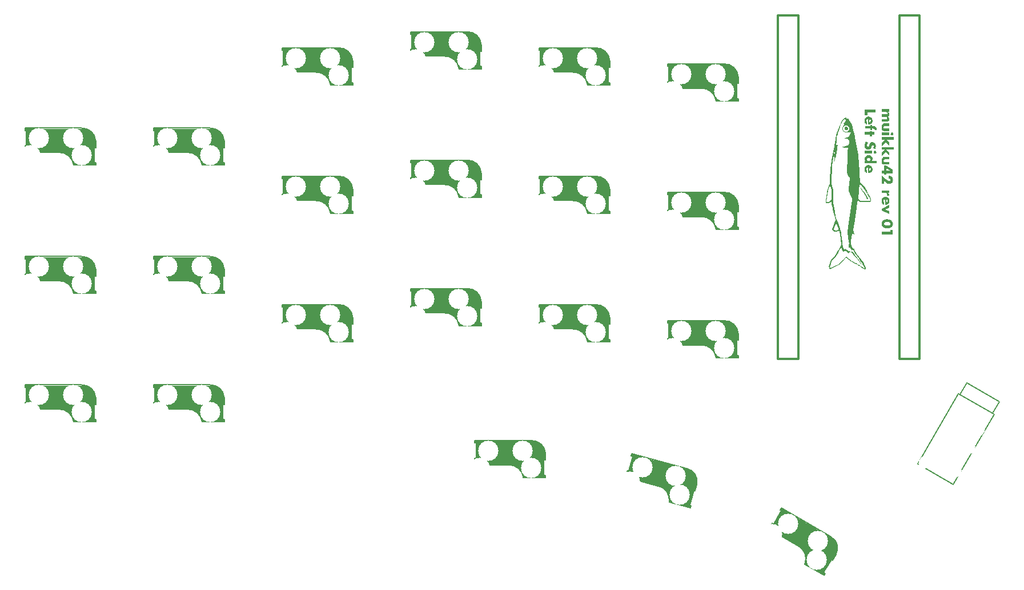
<source format=gto>
G04 #@! TF.GenerationSoftware,KiCad,Pcbnew,8.0.4*
G04 #@! TF.CreationDate,2024-09-23T05:23:03+03:00*
G04 #@! TF.ProjectId,muikku42,6d75696b-6b75-4343-922e-6b696361645f,rev?*
G04 #@! TF.SameCoordinates,Original*
G04 #@! TF.FileFunction,Legend,Top*
G04 #@! TF.FilePolarity,Positive*
%FSLAX46Y46*%
G04 Gerber Fmt 4.6, Leading zero omitted, Abs format (unit mm)*
G04 Created by KiCad (PCBNEW 8.0.4) date 2024-09-23 05:23:03*
%MOMM*%
%LPD*%
G01*
G04 APERTURE LIST*
G04 Aperture macros list*
%AMHorizOval*
0 Thick line with rounded ends*
0 $1 width*
0 $2 $3 position (X,Y) of the first rounded end (center of the circle)*
0 $4 $5 position (X,Y) of the second rounded end (center of the circle)*
0 Add line between two ends*
20,1,$1,$2,$3,$4,$5,0*
0 Add two circle primitives to create the rounded ends*
1,1,$1,$2,$3*
1,1,$1,$4,$5*%
%AMRotRect*
0 Rectangle, with rotation*
0 The origin of the aperture is its center*
0 $1 length*
0 $2 width*
0 $3 Rotation angle, in degrees counterclockwise*
0 Add horizontal line*
21,1,$1,$2,0,0,$3*%
G04 Aperture macros list end*
%ADD10C,0.000000*%
%ADD11C,0.300000*%
%ADD12C,0.150000*%
%ADD13C,0.400000*%
%ADD14C,0.500000*%
%ADD15C,1.000000*%
%ADD16C,3.500000*%
%ADD17C,3.000000*%
%ADD18C,0.800000*%
%ADD19C,1.750000*%
%ADD20C,3.000000*%
%ADD21C,4.000000*%
%ADD22C,4.100000*%
%ADD23R,2.300000X2.000000*%
%ADD24RotRect,2.300000X2.000000X150.000000*%
%ADD25RotRect,2.300000X2.000000X165.000000*%
%ADD26C,0.800000*%
%ADD27HorizOval,1.600000X-0.100000X-0.173205X0.100000X0.173205X0*%
%ADD28O,1.700000X1.700000*%
%ADD29R,1.700000X1.700000*%
%ADD30HorizOval,1.600000X0.100000X0.173205X-0.100000X-0.173205X0*%
G04 APERTURE END LIST*
D10*
G36*
X202864804Y-62097209D02*
G01*
X202871804Y-62097927D01*
X202878470Y-62099132D01*
X202880321Y-62099627D01*
X202884806Y-62100825D01*
X202890816Y-62103008D01*
X202896501Y-62105687D01*
X202901857Y-62108855D01*
X202906899Y-62112523D01*
X202911618Y-62116678D01*
X202916023Y-62121333D01*
X202920113Y-62126483D01*
X202923885Y-62132132D01*
X202927355Y-62138279D01*
X202930512Y-62144920D01*
X202933370Y-62152066D01*
X202935928Y-62159715D01*
X202938176Y-62167858D01*
X202940132Y-62176511D01*
X202941784Y-62185668D01*
X202943143Y-62195325D01*
X202944220Y-62205493D01*
X202945569Y-62218556D01*
X202946928Y-62230002D01*
X202948416Y-62239890D01*
X202950159Y-62248284D01*
X202951167Y-62251939D01*
X202952275Y-62255244D01*
X202953519Y-62258210D01*
X202954895Y-62260841D01*
X202956430Y-62263139D01*
X202958135Y-62265121D01*
X202960024Y-62266789D01*
X202962121Y-62268160D01*
X202964433Y-62269223D01*
X202966976Y-62270005D01*
X202969766Y-62270497D01*
X202972818Y-62270726D01*
X202976153Y-62270684D01*
X202979777Y-62270384D01*
X202983710Y-62269839D01*
X202987976Y-62269039D01*
X202997526Y-62266759D01*
X203008569Y-62263597D01*
X203021211Y-62259616D01*
X203035586Y-62254880D01*
X203058144Y-62248868D01*
X203068995Y-62246575D01*
X203079576Y-62244762D01*
X203089894Y-62243436D01*
X203099962Y-62242606D01*
X203109794Y-62242275D01*
X203119396Y-62242459D01*
X203128778Y-62243152D01*
X203137960Y-62244364D01*
X203146939Y-62246099D01*
X203155737Y-62248370D01*
X203164366Y-62251186D01*
X203172829Y-62254534D01*
X203181141Y-62258441D01*
X203189308Y-62262912D01*
X203197345Y-62267935D01*
X203205270Y-62273538D01*
X203213081Y-62279714D01*
X203220796Y-62286472D01*
X203228420Y-62293820D01*
X203235977Y-62301770D01*
X203243459Y-62310316D01*
X203250892Y-62319471D01*
X203265641Y-62339641D01*
X203280296Y-62362311D01*
X203294949Y-62387550D01*
X203309697Y-62415397D01*
X203326405Y-62448188D01*
X203349864Y-62491559D01*
X203412489Y-62602454D01*
X203488538Y-62732800D01*
X203568986Y-62867300D01*
X203761607Y-63188329D01*
X203946810Y-63904470D01*
X204025408Y-64221137D01*
X204103312Y-64552396D01*
X204171493Y-64859103D01*
X204220918Y-65102149D01*
X204455517Y-66324528D01*
X204528311Y-66724237D01*
X204593342Y-67141834D01*
X204651201Y-67582931D01*
X204702464Y-68053133D01*
X204747703Y-68558066D01*
X204787500Y-69103351D01*
X204822442Y-69694575D01*
X204853099Y-70337371D01*
X204860507Y-70503249D01*
X204909894Y-71609136D01*
X205218574Y-71930167D01*
X205529720Y-72251189D01*
X205922363Y-72954983D01*
X206079251Y-73233724D01*
X206214380Y-73471713D01*
X206313388Y-73643957D01*
X206344863Y-73697613D01*
X206361925Y-73725448D01*
X206372719Y-73743651D01*
X206386199Y-73769667D01*
X206401825Y-73802283D01*
X206419035Y-73840283D01*
X206437290Y-73882446D01*
X206456039Y-73927562D01*
X206474731Y-73974410D01*
X206492809Y-74021783D01*
X206511909Y-74074386D01*
X206528455Y-74123903D01*
X206542453Y-74170450D01*
X206553893Y-74214128D01*
X206562765Y-74255046D01*
X206566244Y-74274501D01*
X206569074Y-74293299D01*
X206571269Y-74311467D01*
X206572818Y-74329008D01*
X206573726Y-74345931D01*
X206573992Y-74362260D01*
X206573618Y-74377997D01*
X206572589Y-74393168D01*
X206570918Y-74407776D01*
X206568602Y-74421838D01*
X206565645Y-74435370D01*
X206562040Y-74448378D01*
X206557789Y-74460875D01*
X206552885Y-74472884D01*
X206547339Y-74484407D01*
X206541143Y-74495470D01*
X206534296Y-74506066D01*
X206526805Y-74516224D01*
X206518666Y-74525963D01*
X206509871Y-74535277D01*
X206500430Y-74544190D01*
X206490337Y-74552715D01*
X206465077Y-74571462D01*
X206451912Y-74579048D01*
X206436862Y-74585543D01*
X206418772Y-74591055D01*
X206396493Y-74595643D01*
X206334768Y-74602414D01*
X206242483Y-74606513D01*
X206110429Y-74608626D01*
X205690242Y-74609512D01*
X204959284Y-74609514D01*
X204781489Y-74500853D01*
X204745484Y-74478468D01*
X204712029Y-74457872D01*
X204681824Y-74439476D01*
X204655543Y-74423693D01*
X204633897Y-74410909D01*
X204617573Y-74401538D01*
X204607272Y-74395991D01*
X204604596Y-74394776D01*
X204603911Y-74394585D01*
X204603683Y-74394669D01*
X204558656Y-74729124D01*
X204450883Y-75455293D01*
X204166591Y-77286389D01*
X203927056Y-78792749D01*
X203998670Y-79052041D01*
X204034336Y-79188250D01*
X204048250Y-79242446D01*
X204059437Y-79287917D01*
X204067845Y-79325057D01*
X204070974Y-79340638D01*
X204073375Y-79354294D01*
X204075041Y-79366070D01*
X204075965Y-79376020D01*
X204076128Y-79384202D01*
X204075529Y-79390665D01*
X204074157Y-79395451D01*
X204073176Y-79397232D01*
X204072002Y-79398622D01*
X204070629Y-79399607D01*
X204069050Y-79400216D01*
X204067274Y-79400444D01*
X204065304Y-79400295D01*
X204060739Y-79398905D01*
X204055355Y-79396107D01*
X204049138Y-79391936D01*
X204042078Y-79386457D01*
X204034171Y-79379712D01*
X204025403Y-79371759D01*
X204005251Y-79352420D01*
X203954220Y-79301458D01*
X203818403Y-79163163D01*
X203731974Y-79536051D01*
X203709733Y-79631028D01*
X203689295Y-79727284D01*
X203670591Y-79825149D01*
X203653564Y-79924995D01*
X203638161Y-80027144D01*
X203624319Y-80131960D01*
X203611982Y-80239785D01*
X203601088Y-80350970D01*
X203559107Y-80795467D01*
X203682580Y-81104150D01*
X203722994Y-81204190D01*
X203740018Y-81245325D01*
X203755391Y-81281254D01*
X203769479Y-81312530D01*
X203782633Y-81339680D01*
X203788979Y-81351889D01*
X203795223Y-81363265D01*
X203801416Y-81373886D01*
X203807596Y-81383817D01*
X203813811Y-81393123D01*
X203820115Y-81401873D01*
X203826539Y-81410141D01*
X203833141Y-81417986D01*
X203839946Y-81425488D01*
X203847018Y-81432705D01*
X203854400Y-81439702D01*
X203862118Y-81446552D01*
X203870241Y-81453329D01*
X203878796Y-81460083D01*
X203897412Y-81473844D01*
X203918314Y-81488368D01*
X203941871Y-81504204D01*
X203963807Y-81519261D01*
X203983442Y-81533122D01*
X204000957Y-81546029D01*
X204016539Y-81558223D01*
X204030364Y-81569953D01*
X204042626Y-81581468D01*
X204053503Y-81593010D01*
X204063183Y-81604828D01*
X204071848Y-81617169D01*
X204079697Y-81630278D01*
X204086890Y-81644395D01*
X204093629Y-81659774D01*
X204100093Y-81676657D01*
X204106458Y-81695290D01*
X204112928Y-81715926D01*
X204119672Y-81738796D01*
X204135985Y-81786933D01*
X204163582Y-81844670D01*
X204206574Y-81918161D01*
X204269072Y-82013527D01*
X204355188Y-82136902D01*
X204469027Y-82294422D01*
X204796301Y-82736455D01*
X205433417Y-83588412D01*
X205635918Y-84030437D01*
X205676515Y-84119593D01*
X205714429Y-84204265D01*
X205748812Y-84282512D01*
X205778835Y-84352394D01*
X205803637Y-84411972D01*
X205822393Y-84459315D01*
X205834266Y-84492475D01*
X205837357Y-84503128D01*
X205838409Y-84509513D01*
X205838205Y-84513905D01*
X205837623Y-84518716D01*
X205836683Y-84523886D01*
X205835398Y-84529384D01*
X205833790Y-84535158D01*
X205831895Y-84541157D01*
X205829719Y-84547341D01*
X205827296Y-84553656D01*
X205824635Y-84560059D01*
X205821763Y-84566500D01*
X205818710Y-84572929D01*
X205815488Y-84579313D01*
X205812118Y-84585593D01*
X205808627Y-84591717D01*
X205805033Y-84597656D01*
X205801363Y-84603351D01*
X205789595Y-84619569D01*
X205784259Y-84625973D01*
X205778989Y-84631249D01*
X205776297Y-84633469D01*
X205773535Y-84635412D01*
X205770670Y-84637079D01*
X205767682Y-84638468D01*
X205764529Y-84639590D01*
X205761189Y-84640434D01*
X205757632Y-84641013D01*
X205753828Y-84641323D01*
X205745365Y-84641133D01*
X205735575Y-84639890D01*
X205724224Y-84637592D01*
X205711078Y-84634259D01*
X205695903Y-84629900D01*
X205678471Y-84624521D01*
X205635914Y-84610761D01*
X205619232Y-84604549D01*
X205599816Y-84596132D01*
X205553184Y-84572907D01*
X205496830Y-84541523D01*
X205431569Y-84502415D01*
X205358198Y-84456008D01*
X205277534Y-84402753D01*
X205190388Y-84343066D01*
X205097573Y-84277382D01*
X204984880Y-84198935D01*
X204878065Y-84127173D01*
X204773965Y-84060212D01*
X204669435Y-83996177D01*
X204561313Y-83933179D01*
X204446452Y-83869346D01*
X204321694Y-83802795D01*
X204183880Y-83731638D01*
X204033610Y-83655285D01*
X203906378Y-83588451D01*
X203795812Y-83527230D01*
X203744791Y-83497501D01*
X203695546Y-83467721D01*
X203647286Y-83437379D01*
X203599223Y-83406000D01*
X203500463Y-83338188D01*
X203392903Y-83260354D01*
X203270182Y-83168604D01*
X202862725Y-82859923D01*
X202640470Y-83099463D01*
X202134244Y-83642734D01*
X201850258Y-83948954D01*
X200467364Y-84561370D01*
X200415513Y-84504573D01*
X200410303Y-84497904D01*
X200404912Y-84490009D01*
X200399382Y-84480983D01*
X200393741Y-84470928D01*
X200388053Y-84459947D01*
X200382345Y-84448144D01*
X200371057Y-84422466D01*
X200360231Y-84394705D01*
X200350224Y-84365672D01*
X200341365Y-84336166D01*
X200337480Y-84321497D01*
X200334018Y-84307019D01*
X200315733Y-84220170D01*
X200487193Y-84220170D01*
X200487914Y-84240798D01*
X200489603Y-84262103D01*
X200492055Y-84284795D01*
X200493965Y-84298036D01*
X200495980Y-84310862D01*
X200498071Y-84323204D01*
X200500242Y-84334995D01*
X200502469Y-84346160D01*
X200504739Y-84356634D01*
X200507035Y-84366353D01*
X200509343Y-84375238D01*
X200511659Y-84383228D01*
X200513956Y-84390249D01*
X200516223Y-84396239D01*
X200518452Y-84401130D01*
X200519549Y-84403133D01*
X200520623Y-84404843D01*
X200521678Y-84406239D01*
X200522710Y-84407318D01*
X200523732Y-84408069D01*
X200524726Y-84408483D01*
X200525689Y-84408547D01*
X200526627Y-84408264D01*
X201176098Y-84121812D01*
X201805806Y-83842761D01*
X202344142Y-83262446D01*
X202452912Y-83146274D01*
X202555436Y-83038224D01*
X202649387Y-82940663D01*
X202732468Y-82855910D01*
X202802340Y-82786331D01*
X202856706Y-82734255D01*
X202877350Y-82715514D01*
X202893250Y-82702024D01*
X202904110Y-82694092D01*
X202907564Y-82692296D01*
X202909643Y-82692001D01*
X202911035Y-82692528D01*
X202912421Y-82693156D01*
X202915180Y-82694743D01*
X202917914Y-82696752D01*
X202920601Y-82699140D01*
X202923232Y-82701894D01*
X202925793Y-82704981D01*
X202928264Y-82708377D01*
X202930641Y-82712071D01*
X202932889Y-82716011D01*
X202935016Y-82720193D01*
X202936997Y-82724583D01*
X202938812Y-82729157D01*
X202940465Y-82733895D01*
X202941918Y-82738763D01*
X202943177Y-82743740D01*
X202944219Y-82748799D01*
X202947057Y-82755235D01*
X202953630Y-82764264D01*
X202963793Y-82775780D01*
X202977399Y-82789662D01*
X203014363Y-82824027D01*
X203063371Y-82866408D01*
X203123256Y-82915852D01*
X203192864Y-82971393D01*
X203271034Y-83032099D01*
X203356620Y-83096991D01*
X203475928Y-83185053D01*
X203581879Y-83260668D01*
X203679831Y-83327140D01*
X203775185Y-83387767D01*
X203873316Y-83445844D01*
X203979611Y-83504687D01*
X204099447Y-83567566D01*
X204238204Y-83637798D01*
X204367759Y-83703144D01*
X204486077Y-83765132D01*
X204596065Y-83825495D01*
X204700612Y-83885979D01*
X204802611Y-83948318D01*
X204904955Y-84014236D01*
X205010545Y-84085485D01*
X205122270Y-84163791D01*
X205284212Y-84276925D01*
X205423234Y-84372461D01*
X205479586Y-84410447D01*
X205524750Y-84440213D01*
X205556887Y-84460493D01*
X205567502Y-84466671D01*
X205574175Y-84470001D01*
X205576472Y-84470881D01*
X205578716Y-84471679D01*
X205580914Y-84472390D01*
X205583064Y-84473012D01*
X205585161Y-84473549D01*
X205587204Y-84473999D01*
X205589193Y-84474356D01*
X205591119Y-84474632D01*
X205592983Y-84474823D01*
X205594783Y-84474921D01*
X205596513Y-84474935D01*
X205598179Y-84474862D01*
X205599779Y-84474706D01*
X205601302Y-84474458D01*
X205602746Y-84474124D01*
X205604117Y-84473707D01*
X205605410Y-84473200D01*
X205606614Y-84472605D01*
X205607742Y-84471926D01*
X205608781Y-84471160D01*
X205609729Y-84470304D01*
X205610591Y-84469363D01*
X205611357Y-84468339D01*
X205612027Y-84467225D01*
X205612601Y-84466023D01*
X205613075Y-84464738D01*
X205613445Y-84463359D01*
X205613708Y-84461896D01*
X205613870Y-84460347D01*
X205613921Y-84458712D01*
X205613859Y-84456995D01*
X205613688Y-84455187D01*
X205612744Y-84450122D01*
X205609990Y-84441561D01*
X205599376Y-84414709D01*
X205582566Y-84376226D01*
X205560284Y-84327704D01*
X205502216Y-84206889D01*
X205430949Y-84065011D01*
X205375229Y-83958023D01*
X205314886Y-83849897D01*
X205246205Y-83734896D01*
X205165482Y-83607241D01*
X205069019Y-83461177D01*
X204953114Y-83290952D01*
X204648132Y-82854987D01*
X204526114Y-82681799D01*
X204410026Y-82515013D01*
X204302559Y-82358703D01*
X204206414Y-82216944D01*
X204124267Y-82093820D01*
X204058831Y-81993422D01*
X204012770Y-81919812D01*
X203997854Y-81894331D01*
X203988794Y-81877090D01*
X203982523Y-81863556D01*
X203975799Y-81849885D01*
X203968683Y-81836172D01*
X203961244Y-81822488D01*
X203953543Y-81808939D01*
X203945649Y-81795609D01*
X203937618Y-81782592D01*
X203929527Y-81769973D01*
X203921433Y-81757847D01*
X203913410Y-81746311D01*
X203905509Y-81735443D01*
X203897811Y-81725327D01*
X203890374Y-81716082D01*
X203883256Y-81707770D01*
X203876526Y-81700495D01*
X203870263Y-81694348D01*
X203813463Y-81640023D01*
X203786295Y-81716576D01*
X203783433Y-81724781D01*
X203780433Y-81732726D01*
X203777311Y-81740375D01*
X203774104Y-81747671D01*
X203770843Y-81754597D01*
X203767545Y-81761110D01*
X203764251Y-81767173D01*
X203760988Y-81772749D01*
X203757776Y-81777817D01*
X203754657Y-81782313D01*
X203751649Y-81786221D01*
X203750207Y-81787936D01*
X203748796Y-81789496D01*
X203747427Y-81790890D01*
X203746108Y-81792112D01*
X203744839Y-81793157D01*
X203743620Y-81794024D01*
X203742465Y-81794702D01*
X203741375Y-81795197D01*
X203740339Y-81795495D01*
X203739379Y-81795591D01*
X203736496Y-81794569D01*
X203732518Y-81791561D01*
X203727518Y-81786674D01*
X203721552Y-81780007D01*
X203706998Y-81761738D01*
X203689371Y-81737563D01*
X203669197Y-81708295D01*
X203647008Y-81674744D01*
X203623306Y-81637726D01*
X203598621Y-81598038D01*
X203480086Y-81402954D01*
X203351678Y-81400480D01*
X203335560Y-81400366D01*
X203320528Y-81400021D01*
X203306586Y-81399443D01*
X203293721Y-81398633D01*
X203281927Y-81397591D01*
X203276427Y-81396976D01*
X203271197Y-81396314D01*
X203266229Y-81395596D01*
X203261525Y-81394809D01*
X203257080Y-81393974D01*
X203252899Y-81393067D01*
X203248977Y-81392119D01*
X203245318Y-81391102D01*
X203241913Y-81390033D01*
X203238766Y-81388907D01*
X203235876Y-81387721D01*
X203233244Y-81386477D01*
X203230864Y-81385172D01*
X203228744Y-81383815D01*
X203226872Y-81382392D01*
X203225251Y-81380922D01*
X203223892Y-81379386D01*
X203222770Y-81377792D01*
X203221905Y-81376145D01*
X203221288Y-81374440D01*
X203220918Y-81372674D01*
X203220797Y-81370847D01*
X203221911Y-81358567D01*
X203225117Y-81335579D01*
X203236845Y-81262806D01*
X203254134Y-81163181D01*
X203275125Y-81047356D01*
X203329458Y-80755959D01*
X203188693Y-79960798D01*
X203133362Y-79646096D01*
X203088677Y-79376774D01*
X203058818Y-79181531D01*
X203050741Y-79120666D01*
X203047936Y-79089084D01*
X203152885Y-78322938D01*
X203406007Y-76590007D01*
X203659122Y-74866335D01*
X203735904Y-74330695D01*
X203764074Y-74120560D01*
X203762737Y-74112741D01*
X203758804Y-74099662D01*
X203756482Y-74093401D01*
X204645664Y-74093401D01*
X204816057Y-74266256D01*
X204986452Y-74436644D01*
X205714933Y-74431709D01*
X206443422Y-74424303D01*
X206448357Y-74337875D01*
X206448727Y-74303919D01*
X206445871Y-74268223D01*
X206439410Y-74230046D01*
X206428955Y-74188623D01*
X206414107Y-74143208D01*
X206394487Y-74093049D01*
X206369714Y-74037388D01*
X206339392Y-73975480D01*
X206260574Y-73829895D01*
X206154924Y-73650289D01*
X206019349Y-73430624D01*
X205850751Y-73164887D01*
X205701433Y-72931255D01*
X205580856Y-72745081D01*
X205529392Y-72667111D01*
X205482776Y-72597797D01*
X205440250Y-72536071D01*
X205401003Y-72480852D01*
X205364285Y-72431072D01*
X205329298Y-72385660D01*
X205295278Y-72343549D01*
X205261445Y-72303665D01*
X205227013Y-72264946D01*
X205191213Y-72226302D01*
X205153266Y-72186681D01*
X205112389Y-72145009D01*
X204860506Y-71890652D01*
X204751850Y-72992029D01*
X204645664Y-74093401D01*
X203756482Y-74093401D01*
X203743699Y-74058938D01*
X203719793Y-74000800D01*
X203688141Y-73927641D01*
X203605717Y-73745865D01*
X203504780Y-73532834D01*
X203451102Y-73420220D01*
X203401766Y-73313474D01*
X203357631Y-73214781D01*
X203319577Y-73126298D01*
X203288465Y-73050208D01*
X203265168Y-72988666D01*
X203256723Y-72964039D01*
X203250557Y-72943854D01*
X203246773Y-72928401D01*
X203245493Y-72917940D01*
X203249652Y-72820014D01*
X203264011Y-72606790D01*
X203312165Y-71962267D01*
X203378842Y-71080678D01*
X203188691Y-70690503D01*
X203114505Y-70542732D01*
X203060978Y-70427429D01*
X203041327Y-70370754D01*
X203026082Y-70308770D01*
X203015000Y-70236986D01*
X203007808Y-70150930D01*
X203004107Y-69918080D01*
X203012977Y-69574390D01*
X203060283Y-68411207D01*
X203104116Y-67304278D01*
X203117232Y-66927691D01*
X203122019Y-66741859D01*
X203122017Y-66566528D01*
X202677522Y-66534429D01*
X202588229Y-66527744D01*
X202504922Y-66520806D01*
X202429437Y-66513808D01*
X202363591Y-66506955D01*
X202309198Y-66500448D01*
X202268090Y-66494498D01*
X202253088Y-66491786D01*
X202242088Y-66489293D01*
X202235322Y-66487031D01*
X202233601Y-66486005D01*
X202233020Y-66485038D01*
X202235693Y-66482827D01*
X202243543Y-66479028D01*
X202273726Y-66467021D01*
X202384579Y-66427931D01*
X202548683Y-66373567D01*
X202749133Y-66309704D01*
X203262778Y-66151670D01*
X203319573Y-65862739D01*
X203373900Y-65573814D01*
X203243021Y-65388604D01*
X203109671Y-65200930D01*
X202857783Y-65200928D01*
X202831735Y-65200812D01*
X202806447Y-65200481D01*
X202758662Y-65199195D01*
X202736419Y-65198259D01*
X202715453Y-65197155D01*
X202695877Y-65195877D01*
X202677829Y-65194445D01*
X202661425Y-65192870D01*
X202646795Y-65191159D01*
X202634077Y-65189326D01*
X202623385Y-65187390D01*
X202614842Y-65185337D01*
X202608589Y-65183200D01*
X202606360Y-65182105D01*
X202604747Y-65180990D01*
X202603766Y-65179853D01*
X202603432Y-65178701D01*
X202605001Y-65175880D01*
X202609598Y-65172074D01*
X202617075Y-65167363D01*
X202627279Y-65161801D01*
X202655268Y-65148409D01*
X202692337Y-65132402D01*
X202737273Y-65114315D01*
X202788872Y-65094666D01*
X202845912Y-65073973D01*
X202907175Y-65052761D01*
X203208446Y-64946577D01*
X203386249Y-64635424D01*
X203566513Y-64324276D01*
X203386247Y-64292176D01*
X203345356Y-64285720D01*
X203296191Y-64279441D01*
X203240661Y-64273509D01*
X203180664Y-64268099D01*
X203118131Y-64263376D01*
X203054956Y-64259528D01*
X202993053Y-64256725D01*
X202934337Y-64255131D01*
X202849741Y-64253165D01*
X202814209Y-64251961D01*
X202782624Y-64250501D01*
X202754569Y-64248694D01*
X202729627Y-64246445D01*
X202707372Y-64243679D01*
X202687397Y-64240317D01*
X202678128Y-64238372D01*
X202669266Y-64236248D01*
X202660767Y-64233928D01*
X202652573Y-64231402D01*
X202644633Y-64228658D01*
X202636892Y-64225689D01*
X202629295Y-64222475D01*
X202621800Y-64219014D01*
X202606885Y-64211304D01*
X202591724Y-64202466D01*
X202575897Y-64192407D01*
X202558982Y-64181048D01*
X202531524Y-64162036D01*
X202505630Y-64142052D01*
X202481318Y-64121108D01*
X202458588Y-64099209D01*
X202437448Y-64076373D01*
X202417907Y-64052598D01*
X202399973Y-64027918D01*
X202383657Y-64002322D01*
X202368950Y-63975827D01*
X202355883Y-63948453D01*
X202344445Y-63920198D01*
X202334653Y-63891081D01*
X202326508Y-63861109D01*
X202320018Y-63830294D01*
X202315190Y-63798646D01*
X202312040Y-63766182D01*
X202309851Y-63729145D01*
X202385195Y-63729145D01*
X202385228Y-63753306D01*
X202386372Y-63777375D01*
X202388623Y-63801293D01*
X202391985Y-63824973D01*
X202396456Y-63848367D01*
X202402041Y-63871398D01*
X202408749Y-63894010D01*
X202416569Y-63916120D01*
X202425501Y-63937688D01*
X202435558Y-63958624D01*
X202446738Y-63978866D01*
X202459034Y-63998358D01*
X202472454Y-64017029D01*
X202487003Y-64034815D01*
X202502674Y-64051640D01*
X202519475Y-64067456D01*
X202540989Y-64085261D01*
X202563360Y-64101641D01*
X202586512Y-64116614D01*
X202610357Y-64130177D01*
X202634844Y-64142350D01*
X202659879Y-64153135D01*
X202685395Y-64162545D01*
X202711319Y-64170593D01*
X202737578Y-64177283D01*
X202764091Y-64182622D01*
X202790790Y-64186625D01*
X202817603Y-64189305D01*
X202844449Y-64190653D01*
X202871255Y-64190705D01*
X202897953Y-64189454D01*
X202924462Y-64186910D01*
X202950713Y-64183093D01*
X202976627Y-64178000D01*
X203002139Y-64171640D01*
X203027159Y-64164039D01*
X203051622Y-64155186D01*
X203075462Y-64145107D01*
X203098587Y-64133799D01*
X203120935Y-64121279D01*
X203142433Y-64107556D01*
X203163003Y-64092636D01*
X203182570Y-64076531D01*
X203201062Y-64059254D01*
X203218396Y-64040800D01*
X203234513Y-64021199D01*
X203249332Y-64000444D01*
X203262778Y-63978557D01*
X203271659Y-63962086D01*
X203279799Y-63945123D01*
X203287194Y-63927698D01*
X203293845Y-63909839D01*
X203304960Y-63873019D01*
X203313168Y-63834938D01*
X203318515Y-63795908D01*
X203321027Y-63756222D01*
X203320754Y-63716168D01*
X203317717Y-63676042D01*
X203311968Y-63636161D01*
X203303529Y-63596800D01*
X203292447Y-63558276D01*
X203278753Y-63520857D01*
X203262477Y-63484865D01*
X203243668Y-63450584D01*
X203222353Y-63418318D01*
X203210765Y-63403026D01*
X203198573Y-63388355D01*
X203183523Y-63372192D01*
X203167585Y-63357049D01*
X203150816Y-63342915D01*
X203133260Y-63329804D01*
X203114970Y-63317711D01*
X203096004Y-63306641D01*
X203076403Y-63296594D01*
X203056233Y-63287576D01*
X203035531Y-63279582D01*
X203014361Y-63272612D01*
X202992766Y-63266677D01*
X202970807Y-63261783D01*
X202948523Y-63257907D01*
X202925990Y-63255082D01*
X202903234Y-63253293D01*
X202880324Y-63252534D01*
X202857296Y-63252826D01*
X202834220Y-63254160D01*
X202811131Y-63256540D01*
X202788097Y-63259965D01*
X202765158Y-63264437D01*
X202742373Y-63269962D01*
X202719791Y-63276550D01*
X202697466Y-63284177D01*
X202675447Y-63292861D01*
X202653787Y-63302615D01*
X202632536Y-63313423D01*
X202611754Y-63325288D01*
X202591486Y-63338224D01*
X202571784Y-63352220D01*
X202552703Y-63367283D01*
X202534290Y-63383417D01*
X202516775Y-63400123D01*
X202500344Y-63417794D01*
X202485006Y-63436357D01*
X202470756Y-63455752D01*
X202457594Y-63475912D01*
X202445527Y-63496767D01*
X202434554Y-63518254D01*
X202424666Y-63540308D01*
X202415884Y-63562854D01*
X202408200Y-63585836D01*
X202401611Y-63609185D01*
X202396120Y-63632843D01*
X202391735Y-63656728D01*
X202388451Y-63680785D01*
X202386274Y-63704944D01*
X202385195Y-63729145D01*
X202309851Y-63729145D01*
X202309335Y-63720418D01*
X202308926Y-63700026D01*
X202309340Y-63680680D01*
X202310710Y-63661909D01*
X202313168Y-63643249D01*
X202316860Y-63624245D01*
X202321913Y-63604438D01*
X202328479Y-63583347D01*
X202336688Y-63560524D01*
X202346671Y-63535500D01*
X202358573Y-63507814D01*
X202388679Y-63442608D01*
X202428104Y-63361194D01*
X202476955Y-63257091D01*
X202498343Y-63210568D01*
X202516999Y-63169193D01*
X202532426Y-63134070D01*
X202544090Y-63106299D01*
X202551470Y-63086979D01*
X202553391Y-63080828D01*
X202554048Y-63077206D01*
X202553996Y-63076246D01*
X202553843Y-63075214D01*
X202553264Y-63072959D01*
X202552319Y-63070460D01*
X202551038Y-63067749D01*
X202549437Y-63064860D01*
X202547535Y-63061799D01*
X202545362Y-63058601D01*
X202542934Y-63055289D01*
X202540273Y-63051894D01*
X202537406Y-63048436D01*
X202534349Y-63044942D01*
X202531124Y-63041439D01*
X202527757Y-63037952D01*
X202524268Y-63034497D01*
X202520676Y-63031113D01*
X202517002Y-63027818D01*
X202506388Y-63018202D01*
X202501810Y-63013466D01*
X202497714Y-63008761D01*
X202494115Y-63004092D01*
X202491017Y-62999444D01*
X202488419Y-62994813D01*
X202486334Y-62990197D01*
X202484747Y-62985582D01*
X202483678Y-62980961D01*
X202483129Y-62976338D01*
X202483102Y-62971688D01*
X202483600Y-62967023D01*
X202484634Y-62962324D01*
X202486197Y-62957589D01*
X202488291Y-62952810D01*
X202490942Y-62947982D01*
X202494135Y-62943089D01*
X202497878Y-62938135D01*
X202502175Y-62933112D01*
X202507031Y-62928013D01*
X202512449Y-62922831D01*
X202518432Y-62917552D01*
X202524991Y-62912182D01*
X202539835Y-62901107D01*
X202557010Y-62889562D01*
X202576554Y-62877486D01*
X202598489Y-62864832D01*
X202618181Y-62853764D01*
X202635690Y-62843529D01*
X202651224Y-62833869D01*
X202664979Y-62824512D01*
X202677159Y-62815202D01*
X202687964Y-62805669D01*
X202697582Y-62795651D01*
X202706227Y-62784888D01*
X202714083Y-62773112D01*
X202721363Y-62760051D01*
X202728261Y-62745455D01*
X202734968Y-62729057D01*
X202741695Y-62710584D01*
X202748638Y-62689779D01*
X202763950Y-62640110D01*
X202778514Y-62586915D01*
X202784215Y-62564981D01*
X202788834Y-62545618D01*
X202792373Y-62528440D01*
X202794811Y-62513059D01*
X202795619Y-62505917D01*
X202796144Y-62499068D01*
X202796392Y-62492473D01*
X202796355Y-62486080D01*
X202796047Y-62479843D01*
X202795448Y-62473701D01*
X202794562Y-62467619D01*
X202793401Y-62461539D01*
X202791938Y-62455411D01*
X202790192Y-62449192D01*
X202785825Y-62436266D01*
X202780293Y-62422376D01*
X202773571Y-62407124D01*
X202756535Y-62370949D01*
X202750874Y-62359956D01*
X202745026Y-62349263D01*
X202739037Y-62338912D01*
X202732962Y-62328965D01*
X202726847Y-62319481D01*
X202720729Y-62310520D01*
X202714667Y-62302141D01*
X202708697Y-62294388D01*
X202702871Y-62287338D01*
X202697238Y-62281042D01*
X202691845Y-62275555D01*
X202689257Y-62273130D01*
X202686741Y-62270935D01*
X202684307Y-62268969D01*
X202681967Y-62267239D01*
X202679722Y-62265758D01*
X202677575Y-62264525D01*
X202675528Y-62263559D01*
X202673602Y-62262860D01*
X202671792Y-62262433D01*
X202670111Y-62262292D01*
X202666078Y-62263138D01*
X202660511Y-62265658D01*
X202653531Y-62269744D01*
X202645226Y-62275325D01*
X202635683Y-62282334D01*
X202625005Y-62290677D01*
X202600656Y-62311063D01*
X202572951Y-62335839D01*
X202542670Y-62364388D01*
X202510590Y-62396053D01*
X202477492Y-62430214D01*
X202426440Y-62483093D01*
X202404463Y-62507025D01*
X202384392Y-62530074D01*
X202365858Y-62552831D01*
X202348524Y-62575889D01*
X202332041Y-62599850D01*
X202316057Y-62625297D01*
X202300209Y-62652833D01*
X202284158Y-62683041D01*
X202267550Y-62716521D01*
X202250035Y-62753861D01*
X202210877Y-62842511D01*
X202163871Y-62953737D01*
X202087320Y-63151479D01*
X201988544Y-63424478D01*
X201880506Y-63736822D01*
X201776169Y-64052635D01*
X201681793Y-64342026D01*
X201600840Y-64582329D01*
X201568150Y-64676268D01*
X201542117Y-64748558D01*
X201523836Y-64796073D01*
X201517946Y-64809565D01*
X201514408Y-64815696D01*
X201512119Y-64820205D01*
X201509911Y-64828065D01*
X201505729Y-64853084D01*
X201501950Y-64889270D01*
X201498666Y-64935150D01*
X201495964Y-64989257D01*
X201493924Y-65050101D01*
X201492633Y-65116207D01*
X201492186Y-65186113D01*
X201491381Y-65272828D01*
X201488984Y-65357120D01*
X201485022Y-65439094D01*
X201479528Y-65518872D01*
X201472527Y-65596562D01*
X201464055Y-65672283D01*
X201454139Y-65746153D01*
X201442794Y-65818288D01*
X201423620Y-65929989D01*
X201407917Y-66024792D01*
X201397305Y-66092286D01*
X201394415Y-66112527D01*
X201393408Y-66122036D01*
X201393555Y-66123156D01*
X201393979Y-66124206D01*
X201394679Y-66125181D01*
X201395648Y-66126086D01*
X201398370Y-66127692D01*
X201402091Y-66129017D01*
X201406745Y-66130062D01*
X201412288Y-66130843D01*
X201418664Y-66131354D01*
X201425816Y-66131602D01*
X201433692Y-66131585D01*
X201442242Y-66131316D01*
X201461121Y-66130015D01*
X201482030Y-66127736D01*
X201504531Y-66124501D01*
X201522059Y-66122361D01*
X201537665Y-66120610D01*
X201551464Y-66119263D01*
X201557722Y-66118755D01*
X201563567Y-66118365D01*
X201569016Y-66118093D01*
X201574073Y-66117943D01*
X201578768Y-66117924D01*
X201583102Y-66118034D01*
X201587088Y-66118278D01*
X201590747Y-66118665D01*
X201594098Y-66119194D01*
X201597135Y-66119869D01*
X201599890Y-66120697D01*
X201602366Y-66121682D01*
X201604570Y-66122830D01*
X201606542Y-66124141D01*
X201608270Y-66125613D01*
X201609778Y-66127268D01*
X201611078Y-66129093D01*
X201612186Y-66131101D01*
X201613107Y-66133287D01*
X201613867Y-66135666D01*
X201614467Y-66138240D01*
X201614935Y-66141009D01*
X201615268Y-66143980D01*
X201615492Y-66147149D01*
X201615619Y-66150539D01*
X201615657Y-66154134D01*
X201607823Y-66228371D01*
X201586334Y-66394284D01*
X201554193Y-66627804D01*
X201514411Y-66904842D01*
X201482495Y-67127449D01*
X201455413Y-67306825D01*
X201430586Y-67454827D01*
X201405450Y-67583324D01*
X201377407Y-67704185D01*
X201343899Y-67829264D01*
X201302351Y-67970439D01*
X201250180Y-68139574D01*
X201213180Y-68256956D01*
X201180110Y-68358651D01*
X201151208Y-68444031D01*
X201138394Y-68480397D01*
X201126705Y-68512452D01*
X201116179Y-68540104D01*
X201106837Y-68563278D01*
X201098706Y-68581895D01*
X201091826Y-68595873D01*
X201086216Y-68605134D01*
X201083900Y-68607973D01*
X201081913Y-68609601D01*
X201080258Y-68610005D01*
X201078936Y-68609189D01*
X201077953Y-68607130D01*
X201077323Y-68603824D01*
X201077145Y-68575240D01*
X201080097Y-68517777D01*
X201093987Y-68330330D01*
X201143995Y-67764215D01*
X201172542Y-67470519D01*
X201183999Y-67350754D01*
X201193656Y-67247289D01*
X201201552Y-67158796D01*
X201207763Y-67083958D01*
X201210242Y-67051251D01*
X201212326Y-67021459D01*
X201214007Y-66994427D01*
X201215298Y-66969978D01*
X201216203Y-66947950D01*
X201216742Y-66928183D01*
X201216905Y-66910513D01*
X201216704Y-66894766D01*
X201216142Y-66880787D01*
X201215241Y-66868407D01*
X201213986Y-66857459D01*
X201212403Y-66847775D01*
X201210492Y-66839202D01*
X201208254Y-66831560D01*
X201205701Y-66824700D01*
X201202843Y-66818438D01*
X201199675Y-66812628D01*
X201196219Y-66807091D01*
X201192471Y-66801665D01*
X201188446Y-66796189D01*
X201183011Y-66790352D01*
X201177765Y-66788002D01*
X201172587Y-66789687D01*
X201167377Y-66795956D01*
X201162018Y-66807353D01*
X201156410Y-66824407D01*
X201143997Y-66877681D01*
X201129263Y-66960129D01*
X201111349Y-67076088D01*
X201062503Y-67425896D01*
X201018200Y-67735272D01*
X200967430Y-68076595D01*
X200872354Y-68690254D01*
X200845528Y-68855612D01*
X200823970Y-68997272D01*
X200807157Y-69119778D01*
X200794570Y-69227669D01*
X200785687Y-69325488D01*
X200779979Y-69417777D01*
X200776945Y-69509083D01*
X200776047Y-69603947D01*
X200772997Y-69807098D01*
X200764628Y-70117905D01*
X200736543Y-70893001D01*
X200694556Y-71856085D01*
X200820493Y-72290710D01*
X200948907Y-72727797D01*
X200948902Y-74671246D01*
X201176098Y-75933136D01*
X201249993Y-76337777D01*
X201280435Y-76503038D01*
X201307052Y-76645877D01*
X201330226Y-76767995D01*
X201340639Y-76821817D01*
X201350337Y-76871095D01*
X201359366Y-76916059D01*
X201367771Y-76956894D01*
X201375603Y-76993843D01*
X201382909Y-77027095D01*
X201389745Y-77056884D01*
X201396146Y-77083407D01*
X201402162Y-77106884D01*
X201407849Y-77127533D01*
X201413249Y-77145562D01*
X201415630Y-77152783D01*
X201418410Y-77161188D01*
X201423378Y-77174615D01*
X201428210Y-77186066D01*
X201430587Y-77191114D01*
X201432946Y-77195754D01*
X201435291Y-77200002D01*
X201437638Y-77203889D01*
X201439976Y-77207441D01*
X201442329Y-77210686D01*
X201444688Y-77213650D01*
X201447069Y-77216357D01*
X201449472Y-77218837D01*
X201451908Y-77221113D01*
X201456891Y-77225178D01*
X201462071Y-77228752D01*
X201467493Y-77232059D01*
X201477708Y-77239413D01*
X201488202Y-77250010D01*
X201499321Y-77264735D01*
X201511401Y-77284459D01*
X201539807Y-77342403D01*
X201576143Y-77430851D01*
X201623130Y-77556804D01*
X201683494Y-77727265D01*
X201855190Y-78229720D01*
X202181161Y-79190328D01*
X202270058Y-80128719D01*
X202297148Y-80411449D01*
X202320066Y-80638463D01*
X202340205Y-80819820D01*
X202358958Y-80965555D01*
X202368253Y-81028193D01*
X202377709Y-81085707D01*
X202387524Y-81139324D01*
X202397854Y-81190311D01*
X202408878Y-81239927D01*
X202420772Y-81289419D01*
X202447860Y-81393077D01*
X202536761Y-81719041D01*
X202642948Y-81647428D01*
X202653643Y-81639678D01*
X202664373Y-81632199D01*
X202675074Y-81625001D01*
X202685662Y-81618141D01*
X202696057Y-81611642D01*
X202706192Y-81605540D01*
X202715986Y-81599861D01*
X202725360Y-81594643D01*
X202734250Y-81589920D01*
X202742568Y-81585713D01*
X202750243Y-81582076D01*
X202757193Y-81579018D01*
X202763356Y-81576580D01*
X202768642Y-81574805D01*
X202772981Y-81573711D01*
X202774772Y-81573435D01*
X202776294Y-81573341D01*
X202780034Y-81574084D01*
X202785634Y-81576258D01*
X202792965Y-81579790D01*
X202801916Y-81584614D01*
X202824220Y-81597824D01*
X202851614Y-81615323D01*
X202883177Y-81636527D01*
X202917975Y-81660853D01*
X202955103Y-81687727D01*
X202993606Y-81716571D01*
X203040593Y-81751401D01*
X203063892Y-81767833D01*
X203087058Y-81783596D01*
X203110078Y-81798676D01*
X203132950Y-81813066D01*
X203155654Y-81826758D01*
X203178199Y-81839736D01*
X203200567Y-81851987D01*
X203222751Y-81863506D01*
X203244754Y-81874288D01*
X203266554Y-81884305D01*
X203288161Y-81893555D01*
X203309554Y-81902023D01*
X203330726Y-81909712D01*
X203351674Y-81916593D01*
X203385019Y-81928597D01*
X203400875Y-81934522D01*
X203416077Y-81940368D01*
X203430541Y-81946090D01*
X203444175Y-81951671D01*
X203456916Y-81957077D01*
X203468665Y-81962283D01*
X203479347Y-81967253D01*
X203488870Y-81971965D01*
X203497153Y-81976390D01*
X203504121Y-81980494D01*
X203509688Y-81984255D01*
X203511920Y-81985990D01*
X203513769Y-81987635D01*
X203515226Y-81989170D01*
X203516269Y-81990606D01*
X203516912Y-81991932D01*
X203517132Y-81993149D01*
X203516328Y-81995888D01*
X203513982Y-81999443D01*
X203505061Y-82008725D01*
X203491114Y-82020550D01*
X203472910Y-82034438D01*
X203451200Y-82049908D01*
X203426753Y-82066512D01*
X203372670Y-82101188D01*
X203316730Y-82134708D01*
X203265011Y-82163305D01*
X203242641Y-82174585D01*
X203223599Y-82183236D01*
X203208659Y-82188757D01*
X203202963Y-82190210D01*
X203198569Y-82190713D01*
X203194280Y-82189789D01*
X203187974Y-82187115D01*
X203179781Y-82182760D01*
X203169824Y-82176814D01*
X203145135Y-82160492D01*
X203114922Y-82138845D01*
X203080183Y-82112565D01*
X203041956Y-82082357D01*
X203001228Y-82048908D01*
X202959029Y-82012906D01*
X202746662Y-81837571D01*
X202613312Y-81901781D01*
X202585643Y-81915282D01*
X202558638Y-81927823D01*
X202532963Y-81939155D01*
X202509287Y-81949006D01*
X202488269Y-81957124D01*
X202478975Y-81960448D01*
X202470583Y-81963247D01*
X202463200Y-81965469D01*
X202456892Y-81967108D01*
X202451755Y-81968108D01*
X202447858Y-81968454D01*
X202443030Y-81967259D01*
X202437379Y-81963765D01*
X202423848Y-81950362D01*
X202407759Y-81929273D01*
X202389596Y-81901507D01*
X202369838Y-81868092D01*
X202348975Y-81830033D01*
X202305866Y-81744042D01*
X202264149Y-81651696D01*
X202245019Y-81605674D01*
X202227692Y-81561107D01*
X202212655Y-81519022D01*
X202200385Y-81480428D01*
X202191374Y-81446337D01*
X202186094Y-81417765D01*
X202171284Y-81301705D01*
X201830494Y-81911662D01*
X201717975Y-82113899D01*
X201629007Y-82270621D01*
X201590951Y-82335407D01*
X201555900Y-82393012D01*
X201522882Y-82444839D01*
X201490949Y-82492286D01*
X201459134Y-82536755D01*
X201426467Y-82579637D01*
X201391989Y-82622347D01*
X201354744Y-82666265D01*
X201313764Y-82712807D01*
X201268092Y-82763371D01*
X201158810Y-82882151D01*
X200830371Y-83240216D01*
X200652575Y-83694596D01*
X200597563Y-83837445D01*
X200575051Y-83896908D01*
X200555610Y-83949334D01*
X200539048Y-83995422D01*
X200525170Y-84035874D01*
X200513791Y-84071384D01*
X200504715Y-84102667D01*
X200497753Y-84130420D01*
X200492710Y-84155347D01*
X200490851Y-84166973D01*
X200489399Y-84178149D01*
X200488332Y-84188965D01*
X200487621Y-84199519D01*
X200487193Y-84220170D01*
X200315733Y-84220170D01*
X200304383Y-84166258D01*
X200472302Y-83721762D01*
X200640225Y-83274792D01*
X200998295Y-82808067D01*
X201098959Y-82674823D01*
X201191956Y-82547764D01*
X201280495Y-82421996D01*
X201367787Y-82292569D01*
X201457047Y-82154577D01*
X201551491Y-82003107D01*
X201654323Y-81833230D01*
X201768763Y-81640018D01*
X202178691Y-80941166D01*
X202060157Y-80079327D01*
X202023541Y-79819732D01*
X201992248Y-79607859D01*
X201964654Y-79435631D01*
X201951746Y-79361865D01*
X201939155Y-79294975D01*
X201926676Y-79233957D01*
X201914115Y-79177813D01*
X201901257Y-79125525D01*
X201887912Y-79076081D01*
X201873875Y-79028475D01*
X201858936Y-78981696D01*
X201825559Y-78886587D01*
X201823699Y-78882829D01*
X201822416Y-78881254D01*
X201820884Y-78879892D01*
X201817062Y-78877798D01*
X201812214Y-78876559D01*
X201806288Y-78876183D01*
X201799252Y-78876690D01*
X201791081Y-78878092D01*
X201781728Y-78880418D01*
X201771154Y-78883658D01*
X201759336Y-78887844D01*
X201746227Y-78892983D01*
X201731798Y-78899090D01*
X201716004Y-78906184D01*
X201698820Y-78914269D01*
X201660106Y-78933507D01*
X201631414Y-78947548D01*
X201603478Y-78960060D01*
X201576030Y-78971072D01*
X201548792Y-78980619D01*
X201521477Y-78988735D01*
X201493810Y-78995449D01*
X201465517Y-79000802D01*
X201436317Y-79004812D01*
X201405930Y-79007526D01*
X201374070Y-79008966D01*
X201340476Y-79009162D01*
X201304858Y-79008174D01*
X201266937Y-79005994D01*
X201226432Y-79002689D01*
X201136582Y-78992776D01*
X201129035Y-78991142D01*
X201120330Y-78988137D01*
X201110563Y-78983852D01*
X201099822Y-78978374D01*
X201075805Y-78964121D01*
X201048999Y-78946046D01*
X201020137Y-78924805D01*
X200989950Y-78901051D01*
X200959172Y-78875437D01*
X200928539Y-78848618D01*
X200898762Y-78821249D01*
X200870588Y-78793991D01*
X200844745Y-78767485D01*
X200821961Y-78742394D01*
X200802967Y-78719375D01*
X200788500Y-78699080D01*
X200783184Y-78690159D01*
X200780553Y-78684759D01*
X201036997Y-78684759D01*
X201037808Y-78700764D01*
X201040241Y-78715129D01*
X201044306Y-78727997D01*
X201050022Y-78739478D01*
X201057391Y-78749719D01*
X201066430Y-78758838D01*
X201077156Y-78766971D01*
X201089581Y-78774245D01*
X201103715Y-78780787D01*
X201119563Y-78786731D01*
X201137149Y-78792207D01*
X201156485Y-78797336D01*
X201177582Y-78802250D01*
X201225102Y-78811965D01*
X201279815Y-78822384D01*
X201507000Y-78864362D01*
X201635412Y-78780406D01*
X201660675Y-78763097D01*
X201684263Y-78746607D01*
X201705647Y-78731261D01*
X201724307Y-78717430D01*
X201732460Y-78711187D01*
X201739732Y-78705453D01*
X201746072Y-78700261D01*
X201751401Y-78695670D01*
X201755658Y-78691718D01*
X201758776Y-78688435D01*
X201759894Y-78687060D01*
X201760700Y-78685885D01*
X201761187Y-78684885D01*
X201761358Y-78684095D01*
X201743462Y-78622864D01*
X201703863Y-78499854D01*
X201588491Y-78154702D01*
X201473125Y-77821140D01*
X201433526Y-77712595D01*
X201421411Y-77682316D01*
X201415628Y-77671620D01*
X201413282Y-77674155D01*
X201409054Y-77681592D01*
X201395413Y-77710166D01*
X201350195Y-77815157D01*
X201286449Y-77970621D01*
X201210669Y-78160568D01*
X201131395Y-78363827D01*
X201100518Y-78445816D01*
X201075622Y-78516095D01*
X201065443Y-78547164D01*
X201056797Y-78575693D01*
X201049699Y-78601808D01*
X201044155Y-78625648D01*
X201040179Y-78647334D01*
X201037788Y-78666993D01*
X201036997Y-78684759D01*
X200780553Y-78684759D01*
X200779286Y-78682159D01*
X200776870Y-78675172D01*
X200776044Y-78669277D01*
X200781313Y-78650191D01*
X200796420Y-78605920D01*
X200851984Y-78453207D01*
X200934399Y-78233806D01*
X201035340Y-77970429D01*
X201136278Y-77708006D01*
X201218698Y-77487957D01*
X201250350Y-77400981D01*
X201274258Y-77333197D01*
X201289360Y-77287459D01*
X201293292Y-77273753D01*
X201294629Y-77266636D01*
X201271246Y-77162957D01*
X201207582Y-76903930D01*
X200998293Y-76076362D01*
X200913243Y-75741511D01*
X200845728Y-75471883D01*
X200793844Y-75258640D01*
X200755678Y-75092908D01*
X200741134Y-75025092D01*
X200729309Y-74965835D01*
X200719955Y-74914029D01*
X200712843Y-74868571D01*
X200707722Y-74828347D01*
X200704366Y-74792258D01*
X200702523Y-74759192D01*
X200701959Y-74728044D01*
X200701739Y-74689281D01*
X200701076Y-74653149D01*
X200700011Y-74620437D01*
X200698563Y-74591921D01*
X200697715Y-74579478D01*
X200696779Y-74568374D01*
X200695761Y-74558717D01*
X200694669Y-74550591D01*
X200693505Y-74544105D01*
X200692273Y-74539347D01*
X200691625Y-74537649D01*
X200690980Y-74536420D01*
X200690302Y-74535682D01*
X200689614Y-74535431D01*
X200687258Y-74536086D01*
X200683044Y-74537999D01*
X200669474Y-74545384D01*
X200649765Y-74557042D01*
X200624793Y-74572471D01*
X200562518Y-74612519D01*
X200526951Y-74636108D01*
X200489590Y-74661369D01*
X200301911Y-74787310D01*
X200072253Y-74777433D01*
X200025783Y-74776064D01*
X199981539Y-74773887D01*
X199940600Y-74771013D01*
X199904020Y-74767558D01*
X199887710Y-74765650D01*
X199872886Y-74763639D01*
X199859699Y-74761543D01*
X199848268Y-74759377D01*
X199838731Y-74757152D01*
X199831228Y-74754878D01*
X199825891Y-74752582D01*
X199824070Y-74751427D01*
X199822840Y-74750270D01*
X199821556Y-74744171D01*
X199821395Y-74729889D01*
X199824230Y-74678464D01*
X199833267Y-74582348D01*
X199961128Y-74582348D01*
X199961558Y-74601061D01*
X199962447Y-74608565D01*
X199964100Y-74614916D01*
X199965283Y-74617667D01*
X199966751Y-74620159D01*
X199968525Y-74622390D01*
X199970637Y-74624368D01*
X199973108Y-74626096D01*
X199975989Y-74627587D01*
X199979288Y-74628850D01*
X199983047Y-74629883D01*
X199992041Y-74631314D01*
X200003211Y-74631930D01*
X200016788Y-74631795D01*
X200033015Y-74630963D01*
X200074334Y-74627453D01*
X200129047Y-74621856D01*
X200162949Y-74617948D01*
X200195570Y-74613716D01*
X200226114Y-74609314D01*
X200253757Y-74604884D01*
X200277701Y-74600568D01*
X200297130Y-74596505D01*
X200304891Y-74594629D01*
X200311227Y-74592856D01*
X200316030Y-74591230D01*
X200319201Y-74589756D01*
X200328211Y-74582258D01*
X200343581Y-74567762D01*
X200390196Y-74521226D01*
X200452546Y-74457099D01*
X200524160Y-74382326D01*
X200701960Y-74192176D01*
X200699491Y-73480974D01*
X200698457Y-73253859D01*
X200696757Y-73077185D01*
X200695442Y-73004713D01*
X200693720Y-72941191D01*
X200691498Y-72885413D01*
X200688686Y-72836139D01*
X200685220Y-72792175D01*
X200681002Y-72752276D01*
X200675943Y-72715233D01*
X200669977Y-72679834D01*
X200663006Y-72644855D01*
X200654960Y-72609075D01*
X200635285Y-72530239D01*
X200571077Y-72293172D01*
X200487122Y-72300577D01*
X200478249Y-72301241D01*
X200469261Y-72302279D01*
X200460224Y-72303682D01*
X200451199Y-72305406D01*
X200442242Y-72307431D01*
X200433426Y-72309740D01*
X200424798Y-72312302D01*
X200416429Y-72315091D01*
X200408383Y-72318080D01*
X200400716Y-72321246D01*
X200393486Y-72324571D01*
X200386767Y-72328018D01*
X200380602Y-72331563D01*
X200375061Y-72335189D01*
X200370213Y-72338868D01*
X200366114Y-72342563D01*
X200351714Y-72363797D01*
X200335516Y-72399905D01*
X200298636Y-72512417D01*
X200257298Y-72671337D01*
X200213321Y-72867936D01*
X200168535Y-73093474D01*
X200124766Y-73339219D01*
X200083834Y-73596410D01*
X200047561Y-73856334D01*
X200014262Y-74120486D01*
X199986751Y-74345286D01*
X199968033Y-74507105D01*
X199962915Y-74557031D01*
X199961128Y-74582348D01*
X199833267Y-74582348D01*
X199841365Y-74496228D01*
X199871457Y-74231106D01*
X199911742Y-73910658D01*
X200017921Y-73090805D01*
X200235240Y-72510481D01*
X200455017Y-71927698D01*
X200455019Y-71399235D01*
X200456069Y-71237040D01*
X200459689Y-71081909D01*
X200466604Y-70922609D01*
X200477546Y-70747914D01*
X200514401Y-70307430D01*
X200571080Y-69721668D01*
X200576023Y-69670620D01*
X200697028Y-68472946D01*
X200981009Y-67077704D01*
X201117258Y-66403851D01*
X201170657Y-66128802D01*
X201215296Y-65889286D01*
X201251943Y-65681026D01*
X201281393Y-65499732D01*
X201304417Y-65341123D01*
X201321794Y-65200926D01*
X201376118Y-64719389D01*
X201558859Y-64237842D01*
X201639117Y-64026863D01*
X201721229Y-63807549D01*
X201795001Y-63605820D01*
X201850253Y-63447622D01*
X201874627Y-63379282D01*
X201902614Y-63303701D01*
X201965389Y-63140791D01*
X202030487Y-62978813D01*
X202089790Y-62837669D01*
X202130494Y-62745568D01*
X202148539Y-62706102D01*
X202165457Y-62670366D01*
X202181577Y-62637872D01*
X202197227Y-62608127D01*
X202212720Y-62580642D01*
X202228386Y-62554921D01*
X202244545Y-62530473D01*
X202261515Y-62506804D01*
X202279628Y-62483425D01*
X202299189Y-62459844D01*
X202320535Y-62435572D01*
X202343984Y-62410111D01*
X202369851Y-62382973D01*
X202398470Y-62353661D01*
X202416946Y-62334922D01*
X202435250Y-62316736D01*
X202453285Y-62299201D01*
X202470934Y-62282399D01*
X202488090Y-62266412D01*
X202504648Y-62251347D01*
X202520494Y-62237288D01*
X202535522Y-62224323D01*
X202549632Y-62212545D01*
X202562699Y-62202042D01*
X202574621Y-62192906D01*
X202585299Y-62185235D01*
X202594614Y-62179111D01*
X202602458Y-62174616D01*
X202605799Y-62173017D01*
X202608734Y-62171864D01*
X202611242Y-62171153D01*
X202613309Y-62170918D01*
X202617930Y-62170691D01*
X202623405Y-62170021D01*
X202629685Y-62168937D01*
X202636692Y-62167451D01*
X202652639Y-62163369D01*
X202670108Y-62158142D01*
X202670728Y-62157954D01*
X202690432Y-62151383D01*
X202711239Y-62143837D01*
X202732627Y-62135471D01*
X202754070Y-62126469D01*
X202765233Y-62121383D01*
X202776040Y-62116774D01*
X202786488Y-62112651D01*
X202796577Y-62109003D01*
X202806320Y-62105835D01*
X202815706Y-62103151D01*
X202824745Y-62100948D01*
X202833443Y-62099234D01*
X202841793Y-62097993D01*
X202849800Y-62097245D01*
X202857475Y-62096988D01*
X202864804Y-62097209D01*
G37*
G36*
X203666351Y-81949926D02*
G01*
X203678688Y-81951086D01*
X203692063Y-81953229D01*
X203706489Y-81956384D01*
X203721918Y-81960573D01*
X203738332Y-81965818D01*
X203755721Y-81972167D01*
X203774043Y-81979646D01*
X203793301Y-81988268D01*
X203813461Y-81998087D01*
X203850727Y-82020404D01*
X203870555Y-82035671D01*
X203892096Y-82054808D01*
X203943074Y-82108087D01*
X204009165Y-82186998D01*
X204095857Y-82298330D01*
X204208649Y-82448839D01*
X204534546Y-82894495D01*
X204770487Y-83223088D01*
X204964533Y-83497045D01*
X205039403Y-83604560D01*
X205096070Y-83687648D01*
X205131958Y-83742732D01*
X205141305Y-83758645D01*
X205144494Y-83766211D01*
X205144698Y-83772466D01*
X205144407Y-83778278D01*
X205143637Y-83783652D01*
X205142414Y-83788574D01*
X205140759Y-83793065D01*
X205138696Y-83797109D01*
X205136236Y-83800726D01*
X205133421Y-83803909D01*
X205130257Y-83806660D01*
X205126772Y-83808984D01*
X205122990Y-83810878D01*
X205118926Y-83812352D01*
X205114610Y-83813405D01*
X205110058Y-83814040D01*
X205105303Y-83814259D01*
X205100349Y-83814054D01*
X205095235Y-83813445D01*
X205089978Y-83812425D01*
X205084602Y-83810999D01*
X205079118Y-83809161D01*
X205073552Y-83806925D01*
X205067947Y-83804281D01*
X205062288Y-83801246D01*
X205056633Y-83797812D01*
X205050985Y-83793980D01*
X205045376Y-83789763D01*
X205039812Y-83785152D01*
X205034331Y-83780158D01*
X205028944Y-83774775D01*
X205023682Y-83769006D01*
X205018562Y-83762858D01*
X205013611Y-83756335D01*
X204401191Y-82946358D01*
X204259785Y-82761725D01*
X204136729Y-82603256D01*
X204030921Y-82469560D01*
X203941251Y-82359243D01*
X203902139Y-82312420D01*
X203866645Y-82270926D01*
X203834632Y-82234580D01*
X203805974Y-82203209D01*
X203780531Y-82176639D01*
X203758160Y-82154705D01*
X203738728Y-82137225D01*
X203722091Y-82124033D01*
X203704347Y-82110968D01*
X203688150Y-82098196D01*
X203673465Y-82085749D01*
X203660281Y-82073649D01*
X203648579Y-82061927D01*
X203638331Y-82050615D01*
X203629520Y-82039743D01*
X203622111Y-82029341D01*
X203616110Y-82019438D01*
X203611475Y-82010065D01*
X203608193Y-82001249D01*
X203606230Y-81993022D01*
X203605590Y-81985414D01*
X203606226Y-81978457D01*
X203608134Y-81972178D01*
X203611273Y-81966601D01*
X203615644Y-81961765D01*
X203621216Y-81957700D01*
X203627970Y-81954432D01*
X203635883Y-81951995D01*
X203644927Y-81950409D01*
X203655092Y-81949704D01*
X203666351Y-81949926D01*
G37*
G36*
X205061649Y-72524454D02*
G01*
X205076894Y-72530333D01*
X205095757Y-72543540D01*
X205118663Y-72564549D01*
X205146036Y-72593826D01*
X205178301Y-72631842D01*
X205215878Y-72679074D01*
X205308672Y-72803034D01*
X205427801Y-72969482D01*
X205576644Y-73182169D01*
X205707355Y-73369796D01*
X205812516Y-73522878D01*
X205856425Y-73587962D01*
X205895048Y-73646208D01*
X205928737Y-73698214D01*
X205957870Y-73744591D01*
X205982798Y-73785928D01*
X206003905Y-73822830D01*
X206021538Y-73855898D01*
X206036074Y-73885731D01*
X206047884Y-73912932D01*
X206057314Y-73938095D01*
X206064745Y-73961834D01*
X206070538Y-73984742D01*
X206085234Y-74046261D01*
X206091098Y-74071520D01*
X206095963Y-74093508D01*
X206098023Y-74103380D01*
X206099832Y-74112536D01*
X206101390Y-74121035D01*
X206102696Y-74128900D01*
X206103753Y-74136178D01*
X206104566Y-74142897D01*
X206105114Y-74149101D01*
X206105412Y-74154827D01*
X206105463Y-74160105D01*
X206105254Y-74164985D01*
X206104795Y-74169506D01*
X206104077Y-74173686D01*
X206103108Y-74177583D01*
X206101884Y-74181224D01*
X206100403Y-74184645D01*
X206098660Y-74187891D01*
X206096666Y-74190998D01*
X206094413Y-74193999D01*
X206091906Y-74196930D01*
X206089135Y-74199838D01*
X206086112Y-74202752D01*
X206082824Y-74205715D01*
X206075474Y-74211931D01*
X206067349Y-74218466D01*
X206059556Y-74223132D01*
X206051971Y-74225725D01*
X206048211Y-74226188D01*
X206044452Y-74226053D01*
X206040676Y-74225307D01*
X206036875Y-74223915D01*
X206033026Y-74221873D01*
X206029114Y-74219138D01*
X206021033Y-74211500D01*
X206012500Y-74200816D01*
X206003393Y-74186893D01*
X205993578Y-74169540D01*
X205982917Y-74148544D01*
X205971294Y-74123724D01*
X205958566Y-74094889D01*
X205944611Y-74061829D01*
X205912486Y-73982271D01*
X205888049Y-73925436D01*
X205854917Y-73859570D01*
X205812306Y-73783291D01*
X205759384Y-73695201D01*
X205695351Y-73593912D01*
X205619397Y-73478040D01*
X205530710Y-73346197D01*
X205428480Y-73196989D01*
X205346568Y-73077147D01*
X205270468Y-72963822D01*
X205201843Y-72859576D01*
X205142328Y-72766995D01*
X205093586Y-72688653D01*
X205057250Y-72627126D01*
X205044258Y-72603472D01*
X205034986Y-72584986D01*
X205029640Y-72571994D01*
X205028504Y-72567652D01*
X205028429Y-72564807D01*
X205033418Y-72546077D01*
X205040336Y-72532796D01*
X205044651Y-72528343D01*
X205049607Y-72525432D01*
X205055258Y-72524111D01*
X205061649Y-72524454D01*
G37*
G36*
X202899109Y-63437469D02*
G01*
X202910796Y-63438490D01*
X202922465Y-63440189D01*
X202934116Y-63442569D01*
X202945743Y-63445628D01*
X202957342Y-63449372D01*
X202968896Y-63453790D01*
X202980406Y-63458894D01*
X202991869Y-63464671D01*
X203003280Y-63471130D01*
X203014621Y-63478268D01*
X203025892Y-63486092D01*
X203037092Y-63494594D01*
X203048203Y-63503776D01*
X203059227Y-63513634D01*
X203070159Y-63524175D01*
X203077533Y-63531781D01*
X203084800Y-63539719D01*
X203091929Y-63547947D01*
X203098865Y-63556394D01*
X203105571Y-63565003D01*
X203112008Y-63573710D01*
X203118120Y-63582441D01*
X203123870Y-63591158D01*
X203129219Y-63599788D01*
X203134117Y-63608265D01*
X203138519Y-63616541D01*
X203142388Y-63624536D01*
X203145680Y-63632199D01*
X203148353Y-63639472D01*
X203150355Y-63646291D01*
X203151649Y-63652585D01*
X203153967Y-63670333D01*
X203155341Y-63687491D01*
X203155773Y-63704102D01*
X203155243Y-63720227D01*
X203153740Y-63735901D01*
X203151261Y-63751166D01*
X203147788Y-63766078D01*
X203143319Y-63780691D01*
X203137831Y-63795032D01*
X203131320Y-63809166D01*
X203123779Y-63823136D01*
X203115189Y-63836984D01*
X203105544Y-63850763D01*
X203094830Y-63864509D01*
X203083040Y-63878280D01*
X203070158Y-63892123D01*
X203059221Y-63902439D01*
X203048176Y-63912092D01*
X203037028Y-63921073D01*
X203025785Y-63929389D01*
X203014454Y-63937042D01*
X203003049Y-63944022D01*
X202991571Y-63950339D01*
X202980027Y-63955982D01*
X202968422Y-63960953D01*
X202956769Y-63965262D01*
X202945070Y-63968899D01*
X202933337Y-63971862D01*
X202921574Y-63974157D01*
X202909793Y-63975785D01*
X202897990Y-63976731D01*
X202886185Y-63977009D01*
X202874379Y-63976616D01*
X202862583Y-63975547D01*
X202850798Y-63973804D01*
X202839031Y-63971388D01*
X202827301Y-63968303D01*
X202815606Y-63964535D01*
X202803949Y-63960092D01*
X202792348Y-63954978D01*
X202780804Y-63949177D01*
X202769322Y-63942714D01*
X202757914Y-63935570D01*
X202746586Y-63927744D01*
X202735346Y-63919240D01*
X202724198Y-63910058D01*
X202713149Y-63900198D01*
X202702216Y-63889652D01*
X202691895Y-63878717D01*
X202682244Y-63867674D01*
X202673261Y-63856526D01*
X202664942Y-63845284D01*
X202657295Y-63833963D01*
X202650315Y-63822563D01*
X202643999Y-63811093D01*
X202638355Y-63799556D01*
X202633376Y-63787971D01*
X202629072Y-63776339D01*
X202625436Y-63764666D01*
X202622469Y-63752963D01*
X202620178Y-63741234D01*
X202618555Y-63729492D01*
X202617608Y-63717740D01*
X202617326Y-63705985D01*
X202617719Y-63694244D01*
X202618790Y-63682512D01*
X202620529Y-63670811D01*
X202622940Y-63659128D01*
X202626032Y-63647493D01*
X202629798Y-63635899D01*
X202634242Y-63624361D01*
X202639356Y-63612884D01*
X202645154Y-63601470D01*
X202651617Y-63590140D01*
X202658769Y-63578891D01*
X202666594Y-63567736D01*
X202675094Y-63556673D01*
X202684280Y-63545728D01*
X202694141Y-63534892D01*
X202704682Y-63524175D01*
X202715615Y-63513632D01*
X202726636Y-63503774D01*
X202737754Y-63494594D01*
X202748947Y-63486093D01*
X202760219Y-63478276D01*
X202771561Y-63471132D01*
X202782967Y-63464673D01*
X202794432Y-63458887D01*
X202805942Y-63453786D01*
X202817500Y-63449369D01*
X202829098Y-63445632D01*
X202840721Y-63442575D01*
X202852380Y-63440187D01*
X202864043Y-63438494D01*
X202875732Y-63437463D01*
X202887419Y-63437128D01*
X202899109Y-63437469D01*
G37*
D11*
G36*
X209249826Y-60852670D02*
G01*
X209249826Y-61227827D01*
X209123797Y-61227827D01*
X209174595Y-61287968D01*
X209214884Y-61350788D01*
X209248604Y-61427464D01*
X209268018Y-61507787D01*
X209273273Y-61579537D01*
X209266267Y-61666181D01*
X209245246Y-61744762D01*
X209210213Y-61815280D01*
X209161166Y-61877735D01*
X209098105Y-61932127D01*
X209073971Y-61948466D01*
X209141703Y-62000565D01*
X209195421Y-62060419D01*
X209235126Y-62128026D01*
X209260817Y-62203387D01*
X209272495Y-62286501D01*
X209273273Y-62315929D01*
X209267686Y-62389660D01*
X209250925Y-62459178D01*
X209220149Y-62525815D01*
X209181316Y-62575682D01*
X209122933Y-62621767D01*
X209057851Y-62652984D01*
X208985392Y-62672519D01*
X208907184Y-62680863D01*
X208874303Y-62681561D01*
X208171250Y-62681561D01*
X208171250Y-62306404D01*
X208701745Y-62306404D01*
X208776117Y-62303381D01*
X208835834Y-62294314D01*
X208906085Y-62268007D01*
X208917900Y-62259876D01*
X208957834Y-62207119D01*
X208968458Y-62142639D01*
X208955696Y-62069407D01*
X208909854Y-62007737D01*
X208842394Y-61973048D01*
X208764256Y-61957631D01*
X208701745Y-61954694D01*
X208171250Y-61954694D01*
X208171250Y-61579537D01*
X208711637Y-61579537D01*
X208787932Y-61576789D01*
X208849756Y-61568546D01*
X208921186Y-61545684D01*
X208936218Y-61537039D01*
X208979815Y-61483916D01*
X208991894Y-61410770D01*
X208991905Y-61408079D01*
X208980915Y-61338469D01*
X208939149Y-61280950D01*
X208873420Y-61247481D01*
X208853786Y-61241749D01*
X208777515Y-61230125D01*
X208711637Y-61227827D01*
X208171250Y-61227827D01*
X208171250Y-60852670D01*
X209249826Y-60852670D01*
G37*
G36*
X209249826Y-63310242D02*
G01*
X208632136Y-63310242D01*
X208553050Y-63319761D01*
X208486452Y-63353953D01*
X208441855Y-63422143D01*
X208429368Y-63496938D01*
X208429170Y-63509178D01*
X208438882Y-63586978D01*
X208473767Y-63652494D01*
X208543338Y-63696367D01*
X208619649Y-63708651D01*
X208632136Y-63708846D01*
X209249826Y-63708846D01*
X209249826Y-64084003D01*
X208564725Y-64084003D01*
X208486019Y-64078941D01*
X208403964Y-64060241D01*
X208332427Y-64027761D01*
X208271409Y-63981501D01*
X208234264Y-63940022D01*
X208191438Y-63870211D01*
X208163102Y-63799517D01*
X208142494Y-63718802D01*
X208131224Y-63643885D01*
X208125321Y-63562010D01*
X208124355Y-63509544D01*
X208127038Y-63423695D01*
X208135088Y-63344752D01*
X208148505Y-63272713D01*
X208171689Y-63195382D01*
X208202601Y-63127994D01*
X208234264Y-63079432D01*
X208287769Y-63023188D01*
X208351793Y-62980757D01*
X208426335Y-62952142D01*
X208498600Y-62938609D01*
X208564725Y-62935085D01*
X209249826Y-62935085D01*
X209249826Y-63310242D01*
G37*
G36*
X209249826Y-64690702D02*
G01*
X208171250Y-64690702D01*
X208171250Y-64315545D01*
X209249826Y-64315545D01*
X209249826Y-64690702D01*
G37*
G36*
X209671878Y-64292098D02*
G01*
X209746384Y-64305638D01*
X209753577Y-64308585D01*
X209815477Y-64348696D01*
X209820988Y-64354014D01*
X209863216Y-64413995D01*
X209866417Y-64421058D01*
X209882758Y-64494995D01*
X209882903Y-64503124D01*
X209869363Y-64577631D01*
X209866417Y-64584823D01*
X209826305Y-64646423D01*
X209820988Y-64651868D01*
X209760706Y-64694096D01*
X209753577Y-64697297D01*
X209680004Y-64714002D01*
X209671878Y-64714150D01*
X209597433Y-64700309D01*
X209590178Y-64697297D01*
X209528278Y-64657185D01*
X209522767Y-64651868D01*
X209479491Y-64589593D01*
X209477338Y-64584823D01*
X209460997Y-64511250D01*
X209460852Y-64503124D01*
X209473474Y-64430756D01*
X209477338Y-64421058D01*
X209517512Y-64359521D01*
X209522767Y-64354014D01*
X209583049Y-64311785D01*
X209590178Y-64308585D01*
X209663814Y-64292243D01*
X209671878Y-64292098D01*
G37*
G36*
X209929798Y-65354555D02*
G01*
X208860747Y-65354555D01*
X209249826Y-65753525D01*
X209249826Y-66274129D01*
X208751571Y-65734474D01*
X208171250Y-66305636D01*
X208171250Y-65772576D01*
X208610520Y-65354555D01*
X208171250Y-65354555D01*
X208171250Y-64979398D01*
X209929798Y-64979398D01*
X209929798Y-65354555D01*
G37*
G36*
X209929798Y-66820012D02*
G01*
X208860747Y-66820012D01*
X209249826Y-67218982D01*
X209249826Y-67739586D01*
X208751571Y-67199931D01*
X208171250Y-67771093D01*
X208171250Y-67238033D01*
X208610520Y-66820012D01*
X208171250Y-66820012D01*
X208171250Y-66444855D01*
X209929798Y-66444855D01*
X209929798Y-66820012D01*
G37*
G36*
X209249826Y-68289865D02*
G01*
X208632136Y-68289865D01*
X208553050Y-68299384D01*
X208486452Y-68333577D01*
X208441855Y-68401766D01*
X208429368Y-68476562D01*
X208429170Y-68488801D01*
X208438882Y-68566601D01*
X208473767Y-68632118D01*
X208543338Y-68675990D01*
X208619649Y-68688274D01*
X208632136Y-68688469D01*
X209249826Y-68688469D01*
X209249826Y-69063626D01*
X208564725Y-69063626D01*
X208486019Y-69058565D01*
X208403964Y-69039864D01*
X208332427Y-69007384D01*
X208271409Y-68961124D01*
X208234264Y-68919645D01*
X208191438Y-68849834D01*
X208163102Y-68779140D01*
X208142494Y-68698425D01*
X208131224Y-68623508D01*
X208125321Y-68541633D01*
X208124355Y-68489167D01*
X208127038Y-68403319D01*
X208135088Y-68324375D01*
X208148505Y-68252336D01*
X208171689Y-68175005D01*
X208202601Y-68107617D01*
X208234264Y-68059056D01*
X208287769Y-68002811D01*
X208351793Y-67960381D01*
X208426335Y-67931765D01*
X208498600Y-67918232D01*
X208564725Y-67914708D01*
X209249826Y-67914708D01*
X209249826Y-68289865D01*
G37*
G36*
X209765667Y-69813574D02*
G01*
X209765667Y-70350298D01*
X208827774Y-70350298D01*
X208827774Y-70537876D01*
X208499512Y-70537876D01*
X208499512Y-70350298D01*
X208171250Y-70350298D01*
X208171250Y-69975141D01*
X208499512Y-69975141D01*
X208827774Y-69975141D01*
X209448029Y-69975141D01*
X208827774Y-69607311D01*
X208827774Y-69975141D01*
X208499512Y-69975141D01*
X208499512Y-69201379D01*
X208775384Y-69201379D01*
X209765667Y-69813574D01*
G37*
G36*
X208171250Y-71941784D02*
G01*
X208171250Y-70667569D01*
X208585974Y-71058846D01*
X208646020Y-71114715D01*
X208702512Y-71165819D01*
X208763926Y-71219416D01*
X208820501Y-71266528D01*
X208865143Y-71301746D01*
X208926806Y-71347640D01*
X208988659Y-71390273D01*
X209053626Y-71429815D01*
X209058584Y-71432538D01*
X209126172Y-71465559D01*
X209186811Y-71485661D01*
X209261584Y-71496119D01*
X209270342Y-71496285D01*
X209341051Y-71484928D01*
X209401867Y-71450856D01*
X209444732Y-71395901D01*
X209460836Y-71323144D01*
X209460852Y-71320430D01*
X209446930Y-71246700D01*
X209405164Y-71191104D01*
X209338138Y-71154799D01*
X209265946Y-71144575D01*
X209197069Y-71150804D01*
X209197069Y-70699077D01*
X209272762Y-70702641D01*
X209352174Y-70714963D01*
X209426649Y-70736086D01*
X209448029Y-70744139D01*
X209515706Y-70775846D01*
X209583044Y-70818904D01*
X209642935Y-70870535D01*
X209694644Y-70930001D01*
X209737435Y-70996567D01*
X209768598Y-71063243D01*
X209791782Y-71135227D01*
X209806379Y-71211506D01*
X209812390Y-71292077D01*
X209812561Y-71308707D01*
X209808411Y-71388978D01*
X209795961Y-71465385D01*
X209775209Y-71537928D01*
X209770063Y-71551973D01*
X209736820Y-71625201D01*
X209695524Y-71691244D01*
X209650995Y-71745047D01*
X209595185Y-71796972D01*
X209532535Y-71840413D01*
X209469644Y-71872541D01*
X209395444Y-71898614D01*
X209316914Y-71913865D01*
X209241766Y-71918337D01*
X209161531Y-71912934D01*
X209085231Y-71896727D01*
X209012867Y-71869715D01*
X208998866Y-71863016D01*
X208928914Y-71822301D01*
X208864977Y-71774767D01*
X208807367Y-71723854D01*
X208770988Y-71687894D01*
X208522959Y-71428141D01*
X208522959Y-71941784D01*
X208171250Y-71941784D01*
G37*
G36*
X209249826Y-72887004D02*
G01*
X209249826Y-73262161D01*
X209074337Y-73262161D01*
X209136889Y-73307766D01*
X209188531Y-73359952D01*
X209226012Y-73413103D01*
X209258384Y-73484321D01*
X209274933Y-73556936D01*
X209279135Y-73621564D01*
X209279135Y-73654537D01*
X209273640Y-73695936D01*
X208906909Y-73695936D01*
X208932955Y-73626483D01*
X208944415Y-73552121D01*
X208945011Y-73529973D01*
X208937283Y-73452908D01*
X208910930Y-73383178D01*
X208865876Y-73329206D01*
X208802899Y-73291035D01*
X208730771Y-73270083D01*
X208653743Y-73262423D01*
X208635067Y-73262161D01*
X208171250Y-73262161D01*
X208171250Y-72887004D01*
X209249826Y-72887004D01*
G37*
G36*
X208779926Y-73834062D02*
G01*
X208857692Y-73845482D01*
X208930164Y-73865060D01*
X208950873Y-73872524D01*
X209022287Y-73905689D01*
X209085909Y-73947252D01*
X209136986Y-73992325D01*
X209185680Y-74049575D01*
X209225976Y-74114532D01*
X209255321Y-74180270D01*
X209277153Y-74251947D01*
X209290899Y-74329134D01*
X209296357Y-74403313D01*
X209296721Y-74429031D01*
X209293417Y-74503548D01*
X209281997Y-74581315D01*
X209262419Y-74653786D01*
X209254955Y-74674495D01*
X209221782Y-74745571D01*
X209179691Y-74808682D01*
X209133688Y-74859143D01*
X209075041Y-74907039D01*
X209007908Y-74946449D01*
X208939515Y-74974914D01*
X208865019Y-74995973D01*
X208784870Y-75009232D01*
X208707902Y-75014497D01*
X208681229Y-75014848D01*
X208640196Y-75014848D01*
X208640196Y-74656177D01*
X208851222Y-74656177D01*
X208923237Y-74629199D01*
X208983904Y-74581079D01*
X208987143Y-74577409D01*
X209025886Y-74511646D01*
X209038750Y-74438348D01*
X209038800Y-74433061D01*
X209028013Y-74356763D01*
X208992728Y-74291173D01*
X208989707Y-74287615D01*
X208930539Y-74241636D01*
X208856769Y-74217497D01*
X208851222Y-74216540D01*
X208851222Y-74656177D01*
X208640196Y-74656177D01*
X208640196Y-74205915D01*
X208560512Y-74214120D01*
X208488384Y-74244431D01*
X208433429Y-74306421D01*
X208409386Y-74384592D01*
X208405723Y-74439289D01*
X208417108Y-74518158D01*
X208455499Y-74587607D01*
X208502076Y-74628333D01*
X208502076Y-74999827D01*
X208413548Y-74966848D01*
X208336823Y-74923417D01*
X208271902Y-74869533D01*
X208218785Y-74805196D01*
X208177472Y-74730406D01*
X208147962Y-74645163D01*
X208130257Y-74549468D01*
X208124724Y-74470836D01*
X208124355Y-74443319D01*
X208127659Y-74368632D01*
X208139079Y-74289792D01*
X208158656Y-74215317D01*
X208166120Y-74193825D01*
X208195430Y-74126220D01*
X208235604Y-74059126D01*
X208284090Y-73999652D01*
X208340238Y-73948360D01*
X208403400Y-73905813D01*
X208466905Y-73874722D01*
X208543188Y-73849692D01*
X208617721Y-73835953D01*
X208697190Y-73830801D01*
X208705409Y-73830758D01*
X208779926Y-73834062D01*
G37*
G36*
X209261550Y-75472437D02*
G01*
X208702478Y-75728892D01*
X209261550Y-75989010D01*
X209261550Y-76413260D01*
X208171250Y-75852723D01*
X208171250Y-75598466D01*
X209261550Y-75044157D01*
X209261550Y-75472437D01*
G37*
G36*
X209051016Y-77175815D02*
G01*
X209129475Y-77182863D01*
X209204568Y-77194608D01*
X209276296Y-77211053D01*
X209315771Y-77222559D01*
X209390762Y-77249601D01*
X209460027Y-77281635D01*
X209523569Y-77318661D01*
X209581386Y-77360678D01*
X209639474Y-77413570D01*
X209689681Y-77471678D01*
X209732004Y-77535002D01*
X209752111Y-77572437D01*
X209781333Y-77643560D01*
X209800991Y-77718856D01*
X209811086Y-77798326D01*
X209812561Y-77844279D01*
X209807780Y-77924885D01*
X209793435Y-78001840D01*
X209769526Y-78075143D01*
X209752111Y-78114289D01*
X209714167Y-78180956D01*
X209668340Y-78242059D01*
X209614630Y-78297597D01*
X209581386Y-78326048D01*
X209515939Y-78372612D01*
X209451682Y-78408797D01*
X209381701Y-78440081D01*
X209315771Y-78463435D01*
X209235721Y-78484913D01*
X209162070Y-78498672D01*
X209085054Y-78507733D01*
X209004671Y-78512096D01*
X208969191Y-78512527D01*
X208887508Y-78510178D01*
X208809157Y-78503131D01*
X208734136Y-78491385D01*
X208662447Y-78474941D01*
X208622977Y-78463435D01*
X208547895Y-78436438D01*
X208478354Y-78404541D01*
X208414355Y-78367745D01*
X208355897Y-78326048D01*
X208297454Y-78273601D01*
X208247010Y-78215589D01*
X208204564Y-78152013D01*
X208184439Y-78114289D01*
X208155394Y-78043015D01*
X208135855Y-77968089D01*
X208125822Y-77889511D01*
X208124355Y-77844279D01*
X208499512Y-77844279D01*
X208514343Y-77918556D01*
X208533950Y-77954188D01*
X208584791Y-78008414D01*
X208631037Y-78038818D01*
X208699364Y-78069135D01*
X208773735Y-78090736D01*
X208779048Y-78091941D01*
X208851787Y-78104513D01*
X208930693Y-78110676D01*
X208969191Y-78111358D01*
X209043860Y-78108628D01*
X209119636Y-78099507D01*
X209158235Y-78091941D01*
X209229371Y-78072396D01*
X209298820Y-78043019D01*
X209306612Y-78038818D01*
X209367277Y-77995271D01*
X209402600Y-77954188D01*
X209433292Y-77884209D01*
X209437404Y-77844279D01*
X209423809Y-77771435D01*
X209402600Y-77732538D01*
X209352147Y-77679148D01*
X209306612Y-77648274D01*
X209238743Y-77617041D01*
X209163637Y-77594915D01*
X209158235Y-77593686D01*
X209085324Y-77581351D01*
X209007092Y-77575305D01*
X208969191Y-77574635D01*
X208893508Y-77577314D01*
X208817448Y-77586263D01*
X208779048Y-77593686D01*
X208704011Y-77615351D01*
X208634974Y-77646091D01*
X208631037Y-77648274D01*
X208569483Y-77692246D01*
X208533950Y-77732538D01*
X208503581Y-77802975D01*
X208499512Y-77844279D01*
X208124355Y-77844279D01*
X208129108Y-77762491D01*
X208143366Y-77684876D01*
X208167129Y-77611434D01*
X208184439Y-77572437D01*
X208222441Y-77506214D01*
X208268442Y-77445208D01*
X208322441Y-77389418D01*
X208355897Y-77360678D01*
X208422052Y-77313759D01*
X208486744Y-77277358D01*
X208556977Y-77245948D01*
X208622977Y-77222559D01*
X208703004Y-77201081D01*
X208776597Y-77187321D01*
X208853521Y-77178260D01*
X208933776Y-77173897D01*
X208969191Y-77173466D01*
X209051016Y-77175815D01*
G37*
G36*
X209413957Y-79009684D02*
G01*
X209413957Y-78775211D01*
X209765667Y-78775211D01*
X209765667Y-79410853D01*
X208171250Y-79410853D01*
X208171250Y-79009684D01*
X209413957Y-79009684D01*
G37*
G36*
X207245667Y-61277287D02*
G01*
X206002959Y-61277287D01*
X206002959Y-61778839D01*
X205651250Y-61778839D01*
X205651250Y-60876118D01*
X207245667Y-60876118D01*
X207245667Y-61277287D01*
G37*
G36*
X206259926Y-61925758D02*
G01*
X206337692Y-61937178D01*
X206410164Y-61956756D01*
X206430873Y-61964220D01*
X206502287Y-61997384D01*
X206565909Y-62038948D01*
X206616986Y-62084021D01*
X206665680Y-62141271D01*
X206705976Y-62206228D01*
X206735321Y-62271966D01*
X206757153Y-62343643D01*
X206770899Y-62420830D01*
X206776357Y-62495009D01*
X206776721Y-62520727D01*
X206773417Y-62595244D01*
X206761997Y-62673011D01*
X206742419Y-62745482D01*
X206734955Y-62766191D01*
X206701782Y-62837267D01*
X206659691Y-62900378D01*
X206613688Y-62950839D01*
X206555041Y-62998734D01*
X206487908Y-63038145D01*
X206419515Y-63066610D01*
X206345019Y-63087668D01*
X206264870Y-63100928D01*
X206187902Y-63106192D01*
X206161229Y-63106543D01*
X206120196Y-63106543D01*
X206120196Y-62747873D01*
X206331222Y-62747873D01*
X206403237Y-62720895D01*
X206463904Y-62672775D01*
X206467143Y-62669104D01*
X206505886Y-62603342D01*
X206518750Y-62530044D01*
X206518800Y-62524757D01*
X206508013Y-62448459D01*
X206472728Y-62382868D01*
X206469707Y-62379310D01*
X206410539Y-62333332D01*
X206336769Y-62309192D01*
X206331222Y-62308236D01*
X206331222Y-62747873D01*
X206120196Y-62747873D01*
X206120196Y-62297611D01*
X206040512Y-62305816D01*
X205968384Y-62336127D01*
X205913429Y-62398117D01*
X205889386Y-62476288D01*
X205885723Y-62530985D01*
X205897108Y-62609854D01*
X205935499Y-62679303D01*
X205982076Y-62720029D01*
X205982076Y-63091522D01*
X205893548Y-63058544D01*
X205816823Y-63015113D01*
X205751902Y-62961228D01*
X205698785Y-62896891D01*
X205657472Y-62822102D01*
X205627962Y-62736859D01*
X205610257Y-62641163D01*
X205604724Y-62562532D01*
X205604355Y-62535015D01*
X205607659Y-62460327D01*
X205619079Y-62381487D01*
X205638656Y-62307012D01*
X205646120Y-62285521D01*
X205675430Y-62217915D01*
X205715604Y-62150822D01*
X205764090Y-62091348D01*
X205820238Y-62040056D01*
X205883400Y-61997509D01*
X205946905Y-61966418D01*
X206023188Y-61941388D01*
X206097721Y-61927649D01*
X206177190Y-61922497D01*
X206185409Y-61922454D01*
X206259926Y-61925758D01*
G37*
G36*
X206425011Y-63726432D02*
G01*
X205662973Y-63726432D01*
X205662973Y-63351275D01*
X206425011Y-63351275D01*
X206425011Y-63210591D01*
X206753273Y-63210591D01*
X206753273Y-63351275D01*
X206914107Y-63351275D01*
X206992546Y-63353708D01*
X207066432Y-63362004D01*
X207127331Y-63376187D01*
X207195878Y-63404731D01*
X207251895Y-63441767D01*
X207308563Y-63494274D01*
X207351180Y-63547646D01*
X207390282Y-63614745D01*
X207416026Y-63678072D01*
X207434036Y-63751800D01*
X207439107Y-63815825D01*
X207431543Y-63890361D01*
X207428483Y-63903019D01*
X207403799Y-63974025D01*
X207399173Y-63984352D01*
X207067614Y-63984352D01*
X207095457Y-63916208D01*
X207104983Y-63850263D01*
X207097656Y-63804467D01*
X207067614Y-63760870D01*
X207001668Y-63733393D01*
X206924868Y-63726982D01*
X206886263Y-63726432D01*
X206753273Y-63726432D01*
X206753273Y-63984352D01*
X206425011Y-63984352D01*
X206425011Y-63726432D01*
G37*
G36*
X206401564Y-64604241D02*
G01*
X205651250Y-64604241D01*
X205651250Y-64229083D01*
X206401564Y-64229083D01*
X206401564Y-64111847D01*
X206729826Y-64111847D01*
X206729826Y-64229083D01*
X207058088Y-64229083D01*
X207058088Y-64604241D01*
X206729826Y-64604241D01*
X206729826Y-64838714D01*
X206401564Y-64838714D01*
X206401564Y-64604241D01*
G37*
G36*
X206833141Y-66597995D02*
G01*
X206875756Y-66538369D01*
X206911065Y-66470225D01*
X206914474Y-66461707D01*
X206935056Y-66390831D01*
X206940852Y-66330183D01*
X206931326Y-66256727D01*
X206902750Y-66198291D01*
X206843124Y-66153384D01*
X206803831Y-66147367D01*
X206733856Y-66172646D01*
X206690071Y-66231704D01*
X206686229Y-66239324D01*
X206658447Y-66310495D01*
X206651790Y-66332747D01*
X206630601Y-66403587D01*
X206620283Y-66435329D01*
X206593269Y-66507865D01*
X206557716Y-66582755D01*
X206517815Y-66647162D01*
X206466891Y-66707933D01*
X206439299Y-66733183D01*
X206378574Y-66774376D01*
X206309240Y-66803800D01*
X206231296Y-66821454D01*
X206156032Y-66827247D01*
X206144742Y-66827339D01*
X206070518Y-66823332D01*
X205994077Y-66809668D01*
X205923092Y-66786306D01*
X205852647Y-66750225D01*
X205790239Y-66703531D01*
X205753099Y-66666505D01*
X205708253Y-66608361D01*
X205670940Y-66541732D01*
X205643556Y-66473797D01*
X205622883Y-66399616D01*
X205609868Y-66319495D01*
X205604699Y-66242308D01*
X205604355Y-66215511D01*
X205607171Y-66141196D01*
X205615621Y-66068278D01*
X205634103Y-65979095D01*
X205661387Y-65892094D01*
X205689552Y-65824065D01*
X205723349Y-65757432D01*
X205762779Y-65692196D01*
X205784606Y-65660102D01*
X206118364Y-65834492D01*
X206071152Y-65893124D01*
X206028640Y-65957124D01*
X205995998Y-66020605D01*
X205970143Y-66094897D01*
X205957468Y-66168343D01*
X205956065Y-66201955D01*
X205963683Y-66276657D01*
X205993977Y-66344858D01*
X206002226Y-66354729D01*
X206064795Y-66398178D01*
X206107007Y-66405287D01*
X206168556Y-66392465D01*
X206216916Y-66349966D01*
X206252860Y-66284009D01*
X206257582Y-66272297D01*
X206284322Y-66200950D01*
X206299714Y-66156526D01*
X206322495Y-66086311D01*
X206349081Y-66012482D01*
X206354669Y-65997890D01*
X206387524Y-65929041D01*
X206429072Y-65867437D01*
X206435269Y-65859771D01*
X206488302Y-65808251D01*
X206552606Y-65767035D01*
X206562031Y-65762318D01*
X206636814Y-65737023D01*
X206713304Y-65726616D01*
X206755838Y-65725315D01*
X206833840Y-65729904D01*
X206906648Y-65743671D01*
X206968329Y-65764150D01*
X207035906Y-65797706D01*
X207095755Y-65840125D01*
X207131361Y-65873326D01*
X207178193Y-65930462D01*
X207216472Y-65996356D01*
X207237240Y-66045151D01*
X207258725Y-66118030D01*
X207271291Y-66196623D01*
X207274976Y-66273030D01*
X207271863Y-66347533D01*
X207262525Y-66424041D01*
X207246962Y-66502551D01*
X207243102Y-66518494D01*
X207223003Y-66589604D01*
X207198151Y-66659092D01*
X207168546Y-66726957D01*
X207150046Y-66763958D01*
X206833141Y-66597995D01*
G37*
G36*
X206729826Y-67409125D02*
G01*
X205651250Y-67409125D01*
X205651250Y-67033968D01*
X206729826Y-67033968D01*
X206729826Y-67409125D01*
G37*
G36*
X207151878Y-67010521D02*
G01*
X207226384Y-67024061D01*
X207233577Y-67027007D01*
X207295477Y-67067119D01*
X207300988Y-67072437D01*
X207343216Y-67132418D01*
X207346417Y-67139481D01*
X207362758Y-67213417D01*
X207362903Y-67221547D01*
X207349363Y-67296054D01*
X207346417Y-67303246D01*
X207306305Y-67364846D01*
X207300988Y-67370291D01*
X207240706Y-67412519D01*
X207233577Y-67415720D01*
X207160004Y-67432425D01*
X207151878Y-67432573D01*
X207077433Y-67418732D01*
X207070178Y-67415720D01*
X207008278Y-67375608D01*
X207002767Y-67370291D01*
X206959491Y-67308016D01*
X206957338Y-67303246D01*
X206940997Y-67229673D01*
X206940852Y-67221547D01*
X206953474Y-67149178D01*
X206957338Y-67139481D01*
X206997512Y-67077944D01*
X207002767Y-67072437D01*
X207063049Y-67030208D01*
X207070178Y-67027007D01*
X207143814Y-67010666D01*
X207151878Y-67010521D01*
G37*
G36*
X206287201Y-67655471D02*
G01*
X206363141Y-67669108D01*
X206429774Y-67689394D01*
X206498693Y-67719859D01*
X206561378Y-67757857D01*
X206612956Y-67798937D01*
X206667344Y-67856158D01*
X206712355Y-67921211D01*
X206737153Y-67968930D01*
X206763018Y-68039317D01*
X206778146Y-68114467D01*
X206782582Y-68186917D01*
X206775710Y-68271154D01*
X206755094Y-68348834D01*
X206720733Y-68419958D01*
X206672627Y-68484525D01*
X206638968Y-68518476D01*
X207409798Y-68518476D01*
X207409798Y-68893633D01*
X205651250Y-68893633D01*
X205651250Y-68518476D01*
X205777645Y-68518476D01*
X205719259Y-68461480D01*
X205675213Y-68396280D01*
X205645508Y-68322874D01*
X205639638Y-68291697D01*
X205961926Y-68291697D01*
X205973331Y-68365399D01*
X205980611Y-68384753D01*
X206020648Y-68448213D01*
X206032635Y-68460591D01*
X206093825Y-68504162D01*
X206109938Y-68511882D01*
X206182432Y-68530370D01*
X206204093Y-68531299D01*
X206279164Y-68519448D01*
X206298982Y-68511882D01*
X206362237Y-68473940D01*
X206377383Y-68460591D01*
X206421885Y-68400815D01*
X206429407Y-68384753D01*
X206447547Y-68313055D01*
X206448458Y-68291697D01*
X206436830Y-68217771D01*
X206429407Y-68198274D01*
X206389370Y-68135168D01*
X206377383Y-68122803D01*
X206316919Y-68079231D01*
X206301180Y-68071512D01*
X206229857Y-68053024D01*
X206208123Y-68052095D01*
X206134003Y-68062399D01*
X206111037Y-68070413D01*
X206047782Y-68107434D01*
X206032635Y-68120605D01*
X205988133Y-68180381D01*
X205980611Y-68196442D01*
X205962820Y-68269733D01*
X205961926Y-68291697D01*
X205639638Y-68291697D01*
X205630143Y-68241265D01*
X205627802Y-68190947D01*
X205633040Y-68112850D01*
X205648755Y-68039255D01*
X205672132Y-67976257D01*
X205710171Y-67906345D01*
X205757793Y-67843336D01*
X205794864Y-67805165D01*
X205852221Y-67758852D01*
X205915985Y-67720157D01*
X205979512Y-67691592D01*
X206054339Y-67668439D01*
X206133235Y-67654897D01*
X206208490Y-67650926D01*
X206287201Y-67655471D01*
G37*
G36*
X206259926Y-69125548D02*
G01*
X206337692Y-69136969D01*
X206410164Y-69156546D01*
X206430873Y-69164010D01*
X206502287Y-69197175D01*
X206565909Y-69238739D01*
X206616986Y-69283811D01*
X206665680Y-69341062D01*
X206705976Y-69406018D01*
X206735321Y-69471756D01*
X206757153Y-69543433D01*
X206770899Y-69620620D01*
X206776357Y-69694799D01*
X206776721Y-69720518D01*
X206773417Y-69795035D01*
X206761997Y-69872801D01*
X206742419Y-69945273D01*
X206734955Y-69965982D01*
X206701782Y-70037058D01*
X206659691Y-70100168D01*
X206613688Y-70150629D01*
X206555041Y-70198525D01*
X206487908Y-70237936D01*
X206419515Y-70266400D01*
X206345019Y-70287459D01*
X206264870Y-70300718D01*
X206187902Y-70305983D01*
X206161229Y-70306334D01*
X206120196Y-70306334D01*
X206120196Y-69947663D01*
X206331222Y-69947663D01*
X206403237Y-69920685D01*
X206463904Y-69872566D01*
X206467143Y-69868895D01*
X206505886Y-69803133D01*
X206518750Y-69729835D01*
X206518800Y-69724548D01*
X206508013Y-69648250D01*
X206472728Y-69582659D01*
X206469707Y-69579101D01*
X206410539Y-69533122D01*
X206336769Y-69508983D01*
X206331222Y-69508026D01*
X206331222Y-69947663D01*
X206120196Y-69947663D01*
X206120196Y-69497402D01*
X206040512Y-69505606D01*
X205968384Y-69535918D01*
X205913429Y-69597908D01*
X205889386Y-69676079D01*
X205885723Y-69730776D01*
X205897108Y-69809644D01*
X205935499Y-69879093D01*
X205982076Y-69919820D01*
X205982076Y-70291313D01*
X205893548Y-70258335D01*
X205816823Y-70214903D01*
X205751902Y-70161019D01*
X205698785Y-70096682D01*
X205657472Y-70021892D01*
X205627962Y-69936650D01*
X205610257Y-69840954D01*
X205604724Y-69762323D01*
X205604355Y-69734806D01*
X205607659Y-69660118D01*
X205619079Y-69581278D01*
X205638656Y-69506803D01*
X205646120Y-69485312D01*
X205675430Y-69417706D01*
X205715604Y-69350613D01*
X205764090Y-69291139D01*
X205820238Y-69239847D01*
X205883400Y-69197299D01*
X205946905Y-69166208D01*
X206023188Y-69141178D01*
X206097721Y-69127440D01*
X206177190Y-69122288D01*
X206185409Y-69122245D01*
X206259926Y-69125548D01*
G37*
D12*
G04 #@! TO.C,S18*
X157325000Y-89840625D02*
X165725000Y-89840624D01*
X157325000Y-90190625D02*
X157325000Y-89840625D01*
X157325000Y-92440625D02*
X157525000Y-92440625D01*
X157325000Y-93440625D02*
X157325000Y-92440625D01*
D13*
X157525000Y-90040625D02*
X158925000Y-90040625D01*
D12*
X157525000Y-90190625D02*
X157325000Y-90190625D01*
D13*
X157525000Y-92540625D02*
X157525000Y-93240625D01*
D12*
X157545000Y-92440625D02*
X157545000Y-90190625D01*
D14*
X157625000Y-93140625D02*
X159025000Y-93140625D01*
D15*
X158025000Y-90440625D02*
X158025000Y-92940625D01*
D16*
X159325000Y-91640625D02*
X166025000Y-91640625D01*
D12*
X162325000Y-93440625D02*
X157325000Y-93440625D01*
D17*
X166095000Y-91340625D02*
X166095000Y-93580625D01*
D18*
X167225000Y-94840625D02*
X167225000Y-93040625D01*
D12*
X167595000Y-92740625D02*
X167595000Y-94980625D01*
X167625000Y-94980625D02*
X167825000Y-94980625D01*
D14*
X167625000Y-95140625D02*
X164925000Y-95140625D01*
D11*
X167724999Y-92640625D02*
X167725000Y-91740626D01*
D12*
X167825000Y-91740625D02*
X167825000Y-92740625D01*
X167825000Y-92740625D02*
X167625000Y-92740625D01*
X167825000Y-95340625D02*
X164545000Y-95340625D01*
X167825000Y-95340625D02*
X167825000Y-94980625D01*
X162325000Y-93440625D02*
G75*
G02*
X164541318Y-95319154I65000J-2170000D01*
G01*
D15*
X162725000Y-93040625D02*
G75*
G02*
X164941318Y-94919154I65000J-2170000D01*
G01*
D12*
X165725000Y-89840624D02*
G75*
G02*
X167825001Y-91740625I100000J-2000001D01*
G01*
G04 #@! TO.C,S2*
X81125000Y-82696875D02*
X89525000Y-82696874D01*
X81125000Y-83046875D02*
X81125000Y-82696875D01*
X81125000Y-85296875D02*
X81325000Y-85296875D01*
X81125000Y-86296875D02*
X81125000Y-85296875D01*
D13*
X81325000Y-82896875D02*
X82725000Y-82896875D01*
D12*
X81325000Y-83046875D02*
X81125000Y-83046875D01*
D13*
X81325000Y-85396875D02*
X81325000Y-86096875D01*
D12*
X81345000Y-85296875D02*
X81345000Y-83046875D01*
D14*
X81425000Y-85996875D02*
X82825000Y-85996875D01*
D15*
X81825000Y-83296875D02*
X81825000Y-85796875D01*
D16*
X83125000Y-84496875D02*
X89825000Y-84496875D01*
D12*
X86125000Y-86296875D02*
X81125000Y-86296875D01*
D17*
X89895000Y-84196875D02*
X89895000Y-86436875D01*
D18*
X91025000Y-87696875D02*
X91025000Y-85896875D01*
D12*
X91395000Y-85596875D02*
X91395000Y-87836875D01*
X91425000Y-87836875D02*
X91625000Y-87836875D01*
D14*
X91425000Y-87996875D02*
X88725000Y-87996875D01*
D11*
X91524999Y-85496875D02*
X91525000Y-84596876D01*
D12*
X91625000Y-84596875D02*
X91625000Y-85596875D01*
X91625000Y-85596875D02*
X91425000Y-85596875D01*
X91625000Y-88196875D02*
X88345000Y-88196875D01*
X91625000Y-88196875D02*
X91625000Y-87836875D01*
X86125000Y-86296875D02*
G75*
G02*
X88341318Y-88175404I65000J-2170000D01*
G01*
D15*
X86525000Y-85896875D02*
G75*
G02*
X88741318Y-87775404I65000J-2170000D01*
G01*
D12*
X89525000Y-82696874D02*
G75*
G02*
X91625001Y-84596875I100000J-2000001D01*
G01*
G04 #@! TO.C,S12*
X191428783Y-123130049D02*
X191928783Y-122264023D01*
D14*
X191838591Y-123020241D02*
X193051026Y-123720241D01*
D12*
X191928783Y-122264023D02*
X192101988Y-122364023D01*
D13*
X192051988Y-122450626D02*
X191701988Y-123056844D01*
D12*
X192119309Y-122374023D02*
X193244309Y-120425466D01*
X193053783Y-120315466D02*
X193228783Y-120012357D01*
X193226988Y-120415466D02*
X193053783Y-120315466D01*
X193228783Y-120012357D02*
X200503397Y-124212356D01*
D13*
X193301988Y-120285562D02*
X194514424Y-120985562D01*
D15*
X193535001Y-120881973D02*
X192285001Y-123047036D01*
D16*
X194060834Y-122571203D02*
X199863204Y-125921203D01*
D12*
X195758910Y-125630049D02*
X191428783Y-123130049D01*
D18*
X199302435Y-129292484D02*
X200202435Y-127733639D01*
D14*
X199498845Y-129752292D02*
X197160576Y-128402292D01*
D12*
X199572050Y-130025497D02*
X196731487Y-128385497D01*
X199572050Y-130025497D02*
X199752050Y-129713728D01*
X199578845Y-129613728D02*
X199752050Y-129713728D01*
D17*
X200073826Y-125696395D02*
X198953826Y-127636292D01*
D12*
X200672864Y-127658831D02*
X199552864Y-129598728D01*
D11*
X200835446Y-127637228D02*
X201285447Y-126857806D01*
D12*
X200872050Y-127773831D02*
X200698845Y-127673831D01*
X201372050Y-126907806D02*
X200872050Y-127773831D01*
X195758910Y-125630049D02*
G75*
G02*
X196739033Y-128365062I-1028708J-1911775D01*
G01*
D15*
X196305320Y-125483639D02*
G75*
G02*
X197285444Y-128218651I-1028708J-1911775D01*
G01*
D12*
X200503397Y-124212356D02*
G75*
G02*
X201372051Y-126907806I-913398J-1782052D01*
G01*
G04 #@! TO.C,S3*
X81125000Y-101746875D02*
X89525000Y-101746874D01*
X81125000Y-102096875D02*
X81125000Y-101746875D01*
X81125000Y-104346875D02*
X81325000Y-104346875D01*
X81125000Y-105346875D02*
X81125000Y-104346875D01*
D13*
X81325000Y-101946875D02*
X82725000Y-101946875D01*
D12*
X81325000Y-102096875D02*
X81125000Y-102096875D01*
D13*
X81325000Y-104446875D02*
X81325000Y-105146875D01*
D12*
X81345000Y-104346875D02*
X81345000Y-102096875D01*
D14*
X81425000Y-105046875D02*
X82825000Y-105046875D01*
D15*
X81825000Y-102346875D02*
X81825000Y-104846875D01*
D16*
X83125000Y-103546875D02*
X89825000Y-103546875D01*
D12*
X86125000Y-105346875D02*
X81125000Y-105346875D01*
D17*
X89895000Y-103246875D02*
X89895000Y-105486875D01*
D18*
X91025000Y-106746875D02*
X91025000Y-104946875D01*
D12*
X91395000Y-104646875D02*
X91395000Y-106886875D01*
X91425000Y-106886875D02*
X91625000Y-106886875D01*
D14*
X91425000Y-107046875D02*
X88725000Y-107046875D01*
D11*
X91524999Y-104546875D02*
X91525000Y-103646876D01*
D12*
X91625000Y-103646875D02*
X91625000Y-104646875D01*
X91625000Y-104646875D02*
X91425000Y-104646875D01*
X91625000Y-107246875D02*
X88345000Y-107246875D01*
X91625000Y-107246875D02*
X91625000Y-106886875D01*
X86125000Y-105346875D02*
G75*
G02*
X88341318Y-107225404I65000J-2170000D01*
G01*
D15*
X86525000Y-104946875D02*
G75*
G02*
X88741318Y-106825404I65000J-2170000D01*
G01*
D12*
X89525000Y-101746874D02*
G75*
G02*
X91625001Y-103646875I100000J-2000001D01*
G01*
G04 #@! TO.C,S4*
X147800000Y-110013750D02*
X156200000Y-110013749D01*
X147800000Y-110363750D02*
X147800000Y-110013750D01*
X147800000Y-112613750D02*
X148000000Y-112613750D01*
X147800000Y-113613750D02*
X147800000Y-112613750D01*
D13*
X148000000Y-110213750D02*
X149400000Y-110213750D01*
D12*
X148000000Y-110363750D02*
X147800000Y-110363750D01*
D13*
X148000000Y-112713750D02*
X148000000Y-113413750D01*
D12*
X148020000Y-112613750D02*
X148020000Y-110363750D01*
D14*
X148100000Y-113313750D02*
X149500000Y-113313750D01*
D15*
X148500000Y-110613750D02*
X148500000Y-113113750D01*
D16*
X149800000Y-111813750D02*
X156500000Y-111813750D01*
D12*
X152800000Y-113613750D02*
X147800000Y-113613750D01*
D17*
X156570000Y-111513750D02*
X156570000Y-113753750D01*
D18*
X157700000Y-115013750D02*
X157700000Y-113213750D01*
D12*
X158070000Y-112913750D02*
X158070000Y-115153750D01*
X158100000Y-115153750D02*
X158300000Y-115153750D01*
D14*
X158100000Y-115313750D02*
X155400000Y-115313750D01*
D11*
X158199999Y-112813750D02*
X158200000Y-111913751D01*
D12*
X158300000Y-111913750D02*
X158300000Y-112913750D01*
X158300000Y-112913750D02*
X158100000Y-112913750D01*
X158300000Y-115513750D02*
X155020000Y-115513750D01*
X158300000Y-115513750D02*
X158300000Y-115153750D01*
X152800000Y-113613750D02*
G75*
G02*
X155016318Y-115492279I65000J-2170000D01*
G01*
D15*
X153200000Y-113213750D02*
G75*
G02*
X155416318Y-115092279I65000J-2170000D01*
G01*
D12*
X156200000Y-110013749D02*
G75*
G02*
X158300001Y-111913750I100000J-2000001D01*
G01*
G04 #@! TO.C,S19*
X176375000Y-54121875D02*
X184775000Y-54121874D01*
X176375000Y-54471875D02*
X176375000Y-54121875D01*
X176375000Y-56721875D02*
X176575000Y-56721875D01*
X176375000Y-57721875D02*
X176375000Y-56721875D01*
D13*
X176575000Y-54321875D02*
X177975000Y-54321875D01*
D12*
X176575000Y-54471875D02*
X176375000Y-54471875D01*
D13*
X176575000Y-56821875D02*
X176575000Y-57521875D01*
D12*
X176595000Y-56721875D02*
X176595000Y-54471875D01*
D14*
X176675000Y-57421875D02*
X178075000Y-57421875D01*
D15*
X177075000Y-54721875D02*
X177075000Y-57221875D01*
D16*
X178375000Y-55921875D02*
X185075000Y-55921875D01*
D12*
X181375000Y-57721875D02*
X176375000Y-57721875D01*
D17*
X185145000Y-55621875D02*
X185145000Y-57861875D01*
D18*
X186275000Y-59121875D02*
X186275000Y-57321875D01*
D12*
X186645000Y-57021875D02*
X186645000Y-59261875D01*
X186675000Y-59261875D02*
X186875000Y-59261875D01*
D14*
X186675000Y-59421875D02*
X183975000Y-59421875D01*
D11*
X186774999Y-56921875D02*
X186775000Y-56021876D01*
D12*
X186875000Y-56021875D02*
X186875000Y-57021875D01*
X186875000Y-57021875D02*
X186675000Y-57021875D01*
X186875000Y-59621875D02*
X183595000Y-59621875D01*
X186875000Y-59621875D02*
X186875000Y-59261875D01*
X181375000Y-57721875D02*
G75*
G02*
X183591318Y-59600404I65000J-2170000D01*
G01*
D15*
X181775000Y-57321875D02*
G75*
G02*
X183991318Y-59200404I65000J-2170000D01*
G01*
D12*
X184775000Y-54121874D02*
G75*
G02*
X186875001Y-56021875I100000J-2000001D01*
G01*
G04 #@! TO.C,S21*
X176375000Y-92221875D02*
X184775000Y-92221874D01*
X176375000Y-92571875D02*
X176375000Y-92221875D01*
X176375000Y-94821875D02*
X176575000Y-94821875D01*
X176375000Y-95821875D02*
X176375000Y-94821875D01*
D13*
X176575000Y-92421875D02*
X177975000Y-92421875D01*
D12*
X176575000Y-92571875D02*
X176375000Y-92571875D01*
D13*
X176575000Y-94921875D02*
X176575000Y-95621875D01*
D12*
X176595000Y-94821875D02*
X176595000Y-92571875D01*
D14*
X176675000Y-95521875D02*
X178075000Y-95521875D01*
D15*
X177075000Y-92821875D02*
X177075000Y-95321875D01*
D16*
X178375000Y-94021875D02*
X185075000Y-94021875D01*
D12*
X181375000Y-95821875D02*
X176375000Y-95821875D01*
D17*
X185145000Y-93721875D02*
X185145000Y-95961875D01*
D18*
X186275000Y-97221875D02*
X186275000Y-95421875D01*
D12*
X186645000Y-95121875D02*
X186645000Y-97361875D01*
X186675000Y-97361875D02*
X186875000Y-97361875D01*
D14*
X186675000Y-97521875D02*
X183975000Y-97521875D01*
D11*
X186774999Y-95021875D02*
X186775000Y-94121876D01*
D12*
X186875000Y-94121875D02*
X186875000Y-95121875D01*
X186875000Y-95121875D02*
X186675000Y-95121875D01*
X186875000Y-97721875D02*
X183595000Y-97721875D01*
X186875000Y-97721875D02*
X186875000Y-97361875D01*
X181375000Y-95821875D02*
G75*
G02*
X183591318Y-97700404I65000J-2170000D01*
G01*
D15*
X181775000Y-95421875D02*
G75*
G02*
X183991318Y-97300404I65000J-2170000D01*
G01*
D12*
X184775000Y-92221874D02*
G75*
G02*
X186875001Y-94121875I100000J-2000001D01*
G01*
G04 #@! TO.C,S9*
X119225000Y-51740625D02*
X127625000Y-51740624D01*
X119225000Y-52090625D02*
X119225000Y-51740625D01*
X119225000Y-54340625D02*
X119425000Y-54340625D01*
X119225000Y-55340625D02*
X119225000Y-54340625D01*
D13*
X119425000Y-51940625D02*
X120825000Y-51940625D01*
D12*
X119425000Y-52090625D02*
X119225000Y-52090625D01*
D13*
X119425000Y-54440625D02*
X119425000Y-55140625D01*
D12*
X119445000Y-54340625D02*
X119445000Y-52090625D01*
D14*
X119525000Y-55040625D02*
X120925000Y-55040625D01*
D15*
X119925000Y-52340625D02*
X119925000Y-54840625D01*
D16*
X121225000Y-53540625D02*
X127925000Y-53540625D01*
D12*
X124225000Y-55340625D02*
X119225000Y-55340625D01*
D17*
X127995000Y-53240625D02*
X127995000Y-55480625D01*
D18*
X129125000Y-56740625D02*
X129125000Y-54940625D01*
D12*
X129495000Y-54640625D02*
X129495000Y-56880625D01*
X129525000Y-56880625D02*
X129725000Y-56880625D01*
D14*
X129525000Y-57040625D02*
X126825000Y-57040625D01*
D11*
X129624999Y-54540625D02*
X129625000Y-53640626D01*
D12*
X129725000Y-53640625D02*
X129725000Y-54640625D01*
X129725000Y-54640625D02*
X129525000Y-54640625D01*
X129725000Y-57240625D02*
X126445000Y-57240625D01*
X129725000Y-57240625D02*
X129725000Y-56880625D01*
X124225000Y-55340625D02*
G75*
G02*
X126441318Y-57219154I65000J-2170000D01*
G01*
D15*
X124625000Y-54940625D02*
G75*
G02*
X126841318Y-56819154I65000J-2170000D01*
G01*
D12*
X127625000Y-51740624D02*
G75*
G02*
X129725001Y-53640625I100000J-2000001D01*
G01*
G04 #@! TO.C,S10*
X119225000Y-70790625D02*
X127625000Y-70790624D01*
X119225000Y-71140625D02*
X119225000Y-70790625D01*
X119225000Y-73390625D02*
X119425000Y-73390625D01*
X119225000Y-74390625D02*
X119225000Y-73390625D01*
D13*
X119425000Y-70990625D02*
X120825000Y-70990625D01*
D12*
X119425000Y-71140625D02*
X119225000Y-71140625D01*
D13*
X119425000Y-73490625D02*
X119425000Y-74190625D01*
D12*
X119445000Y-73390625D02*
X119445000Y-71140625D01*
D14*
X119525000Y-74090625D02*
X120925000Y-74090625D01*
D15*
X119925000Y-71390625D02*
X119925000Y-73890625D01*
D16*
X121225000Y-72590625D02*
X127925000Y-72590625D01*
D12*
X124225000Y-74390625D02*
X119225000Y-74390625D01*
D17*
X127995000Y-72290625D02*
X127995000Y-74530625D01*
D18*
X129125000Y-75790625D02*
X129125000Y-73990625D01*
D12*
X129495000Y-73690625D02*
X129495000Y-75930625D01*
X129525000Y-75930625D02*
X129725000Y-75930625D01*
D14*
X129525000Y-76090625D02*
X126825000Y-76090625D01*
D11*
X129624999Y-73590625D02*
X129625000Y-72690626D01*
D12*
X129725000Y-72690625D02*
X129725000Y-73690625D01*
X129725000Y-73690625D02*
X129525000Y-73690625D01*
X129725000Y-76290625D02*
X126445000Y-76290625D01*
X129725000Y-76290625D02*
X129725000Y-75930625D01*
X124225000Y-74390625D02*
G75*
G02*
X126441318Y-76269154I65000J-2170000D01*
G01*
D15*
X124625000Y-73990625D02*
G75*
G02*
X126841318Y-75869154I65000J-2170000D01*
G01*
D12*
X127625000Y-70790624D02*
G75*
G02*
X129725001Y-72690625I100000J-2000001D01*
G01*
G04 #@! TO.C,S6*
X100175000Y-82696875D02*
X108575000Y-82696874D01*
X100175000Y-83046875D02*
X100175000Y-82696875D01*
X100175000Y-85296875D02*
X100375000Y-85296875D01*
X100175000Y-86296875D02*
X100175000Y-85296875D01*
D13*
X100375000Y-82896875D02*
X101775000Y-82896875D01*
D12*
X100375000Y-83046875D02*
X100175000Y-83046875D01*
D13*
X100375000Y-85396875D02*
X100375000Y-86096875D01*
D12*
X100395000Y-85296875D02*
X100395000Y-83046875D01*
D14*
X100475000Y-85996875D02*
X101875000Y-85996875D01*
D15*
X100875000Y-83296875D02*
X100875000Y-85796875D01*
D16*
X102175000Y-84496875D02*
X108875000Y-84496875D01*
D12*
X105175000Y-86296875D02*
X100175000Y-86296875D01*
D17*
X108945000Y-84196875D02*
X108945000Y-86436875D01*
D18*
X110075000Y-87696875D02*
X110075000Y-85896875D01*
D12*
X110445000Y-85596875D02*
X110445000Y-87836875D01*
X110475000Y-87836875D02*
X110675000Y-87836875D01*
D14*
X110475000Y-87996875D02*
X107775000Y-87996875D01*
D11*
X110574999Y-85496875D02*
X110575000Y-84596876D01*
D12*
X110675000Y-84596875D02*
X110675000Y-85596875D01*
X110675000Y-85596875D02*
X110475000Y-85596875D01*
X110675000Y-88196875D02*
X107395000Y-88196875D01*
X110675000Y-88196875D02*
X110675000Y-87836875D01*
X105175000Y-86296875D02*
G75*
G02*
X107391318Y-88175404I65000J-2170000D01*
G01*
D15*
X105575000Y-85896875D02*
G75*
G02*
X107791318Y-87775404I65000J-2170000D01*
G01*
D12*
X108575000Y-82696874D02*
G75*
G02*
X110675001Y-84596875I100000J-2000001D01*
G01*
G04 #@! TO.C,S8*
X170164448Y-115439780D02*
X170423267Y-114473854D01*
X170423267Y-114473854D02*
X170616453Y-114525618D01*
D14*
X170531872Y-115227648D02*
X171884168Y-115589995D01*
D13*
X170590571Y-114622210D02*
X170409397Y-115298360D01*
D12*
X170635771Y-114530794D02*
X171218114Y-112357461D01*
X171005610Y-112300521D02*
X171096197Y-111962447D01*
X171096197Y-111962447D02*
X179209974Y-114136526D01*
X171198795Y-112352285D02*
X171005610Y-112300521D01*
D13*
X171237618Y-112207396D02*
X172589914Y-112569744D01*
D15*
X171617054Y-112723176D02*
X170970006Y-115137990D01*
D16*
X172562174Y-114218752D02*
X179033877Y-115952839D01*
D12*
X174994077Y-116733875D02*
X170164448Y-115439780D01*
D17*
X179179138Y-115681179D02*
X178599383Y-117844853D01*
D18*
X179364767Y-119354385D02*
X179830642Y-117615718D01*
D14*
X179673492Y-119747690D02*
X177065492Y-119048879D01*
D12*
X179714903Y-119593142D02*
X179908088Y-119644906D01*
X179814913Y-119992639D02*
X176646677Y-119143712D01*
X179814913Y-119992639D02*
X179908088Y-119644906D01*
X180265680Y-117421703D02*
X179685925Y-119585377D01*
D11*
X180417131Y-117358757D02*
X180650069Y-116489425D01*
D12*
X180487843Y-117481232D02*
X180294658Y-117429468D01*
X180746662Y-116515306D02*
X180487843Y-117481232D01*
X174994077Y-116733875D02*
G75*
G02*
X176648677Y-119122020I-498852J-2112882D01*
G01*
D15*
X175483974Y-116451032D02*
G75*
G02*
X177138576Y-118839177I-498851J-2112883D01*
G01*
D12*
X179209974Y-114136526D02*
G75*
G02*
X180746662Y-116515306I-421046J-1957734D01*
G01*
G04 #@! TO.C,S7*
X100175000Y-101746875D02*
X108575000Y-101746874D01*
X100175000Y-102096875D02*
X100175000Y-101746875D01*
X100175000Y-104346875D02*
X100375000Y-104346875D01*
X100175000Y-105346875D02*
X100175000Y-104346875D01*
D13*
X100375000Y-101946875D02*
X101775000Y-101946875D01*
D12*
X100375000Y-102096875D02*
X100175000Y-102096875D01*
D13*
X100375000Y-104446875D02*
X100375000Y-105146875D01*
D12*
X100395000Y-104346875D02*
X100395000Y-102096875D01*
D14*
X100475000Y-105046875D02*
X101875000Y-105046875D01*
D15*
X100875000Y-102346875D02*
X100875000Y-104846875D01*
D16*
X102175000Y-103546875D02*
X108875000Y-103546875D01*
D12*
X105175000Y-105346875D02*
X100175000Y-105346875D01*
D17*
X108945000Y-103246875D02*
X108945000Y-105486875D01*
D18*
X110075000Y-106746875D02*
X110075000Y-104946875D01*
D12*
X110445000Y-104646875D02*
X110445000Y-106886875D01*
X110475000Y-106886875D02*
X110675000Y-106886875D01*
D14*
X110475000Y-107046875D02*
X107775000Y-107046875D01*
D11*
X110574999Y-104546875D02*
X110575000Y-103646876D01*
D12*
X110675000Y-103646875D02*
X110675000Y-104646875D01*
X110675000Y-104646875D02*
X110475000Y-104646875D01*
X110675000Y-107246875D02*
X107395000Y-107246875D01*
X110675000Y-107246875D02*
X110675000Y-106886875D01*
X105175000Y-105346875D02*
G75*
G02*
X107391318Y-107225404I65000J-2170000D01*
G01*
D15*
X105575000Y-104946875D02*
G75*
G02*
X107791318Y-106825404I65000J-2170000D01*
G01*
D12*
X108575000Y-101746874D02*
G75*
G02*
X110675001Y-103646875I100000J-2000001D01*
G01*
G04 #@! TO.C,U2*
X218775093Y-116556089D02*
X213492339Y-113506088D01*
X219542339Y-103027181D02*
X213492339Y-113506088D01*
X219758845Y-103152181D02*
X220758845Y-101420132D01*
X224608587Y-105952181D02*
X225608587Y-104220131D01*
X224825093Y-106077181D02*
X218775093Y-116556089D01*
X224825093Y-106077181D02*
X219542339Y-103027181D01*
X225608587Y-104220131D02*
X220758845Y-101420132D01*
G04 #@! TO.C,S14*
X138275000Y-68409375D02*
X146675000Y-68409374D01*
X138275000Y-68759375D02*
X138275000Y-68409375D01*
X138275000Y-71009375D02*
X138475000Y-71009375D01*
X138275000Y-72009375D02*
X138275000Y-71009375D01*
D13*
X138475000Y-68609375D02*
X139875000Y-68609375D01*
D12*
X138475000Y-68759375D02*
X138275000Y-68759375D01*
D13*
X138475000Y-71109375D02*
X138475000Y-71809375D01*
D12*
X138495000Y-71009375D02*
X138495000Y-68759375D01*
D14*
X138575000Y-71709375D02*
X139975000Y-71709375D01*
D15*
X138975000Y-69009375D02*
X138975000Y-71509375D01*
D16*
X140275000Y-70209375D02*
X146975000Y-70209375D01*
D12*
X143275000Y-72009375D02*
X138275000Y-72009375D01*
D17*
X147045000Y-69909375D02*
X147045000Y-72149375D01*
D18*
X148175000Y-73409375D02*
X148175000Y-71609375D01*
D12*
X148545000Y-71309375D02*
X148545000Y-73549375D01*
X148575000Y-73549375D02*
X148775000Y-73549375D01*
D14*
X148575000Y-73709375D02*
X145875000Y-73709375D01*
D11*
X148674999Y-71209375D02*
X148675000Y-70309376D01*
D12*
X148775000Y-70309375D02*
X148775000Y-71309375D01*
X148775000Y-71309375D02*
X148575000Y-71309375D01*
X148775000Y-73909375D02*
X145495000Y-73909375D01*
X148775000Y-73909375D02*
X148775000Y-73549375D01*
X143275000Y-72009375D02*
G75*
G02*
X145491318Y-73887904I65000J-2170000D01*
G01*
D15*
X143675000Y-71609375D02*
G75*
G02*
X145891318Y-73487904I65000J-2170000D01*
G01*
D12*
X146675000Y-68409374D02*
G75*
G02*
X148775001Y-70309375I100000J-2000001D01*
G01*
G04 #@! TO.C,S20*
X176375000Y-73171875D02*
X184775000Y-73171874D01*
X176375000Y-73521875D02*
X176375000Y-73171875D01*
X176375000Y-75771875D02*
X176575000Y-75771875D01*
X176375000Y-76771875D02*
X176375000Y-75771875D01*
D13*
X176575000Y-73371875D02*
X177975000Y-73371875D01*
D12*
X176575000Y-73521875D02*
X176375000Y-73521875D01*
D13*
X176575000Y-75871875D02*
X176575000Y-76571875D01*
D12*
X176595000Y-75771875D02*
X176595000Y-73521875D01*
D14*
X176675000Y-76471875D02*
X178075000Y-76471875D01*
D15*
X177075000Y-73771875D02*
X177075000Y-76271875D01*
D16*
X178375000Y-74971875D02*
X185075000Y-74971875D01*
D12*
X181375000Y-76771875D02*
X176375000Y-76771875D01*
D17*
X185145000Y-74671875D02*
X185145000Y-76911875D01*
D18*
X186275000Y-78171875D02*
X186275000Y-76371875D01*
D12*
X186645000Y-76071875D02*
X186645000Y-78311875D01*
X186675000Y-78311875D02*
X186875000Y-78311875D01*
D14*
X186675000Y-78471875D02*
X183975000Y-78471875D01*
D11*
X186774999Y-75971875D02*
X186775000Y-75071876D01*
D12*
X186875000Y-75071875D02*
X186875000Y-76071875D01*
X186875000Y-76071875D02*
X186675000Y-76071875D01*
X186875000Y-78671875D02*
X183595000Y-78671875D01*
X186875000Y-78671875D02*
X186875000Y-78311875D01*
X181375000Y-76771875D02*
G75*
G02*
X183591318Y-78650404I65000J-2170000D01*
G01*
D15*
X181775000Y-76371875D02*
G75*
G02*
X183991318Y-78250404I65000J-2170000D01*
G01*
D12*
X184775000Y-73171874D02*
G75*
G02*
X186875001Y-75071875I100000J-2000001D01*
G01*
G04 #@! TO.C,S1*
X81125000Y-63646875D02*
X89525000Y-63646874D01*
X81125000Y-63996875D02*
X81125000Y-63646875D01*
X81125000Y-66246875D02*
X81325000Y-66246875D01*
X81125000Y-67246875D02*
X81125000Y-66246875D01*
D13*
X81325000Y-63846875D02*
X82725000Y-63846875D01*
D12*
X81325000Y-63996875D02*
X81125000Y-63996875D01*
D13*
X81325000Y-66346875D02*
X81325000Y-67046875D01*
D12*
X81345000Y-66246875D02*
X81345000Y-63996875D01*
D14*
X81425000Y-66946875D02*
X82825000Y-66946875D01*
D15*
X81825000Y-64246875D02*
X81825000Y-66746875D01*
D16*
X83125000Y-65446875D02*
X89825000Y-65446875D01*
D12*
X86125000Y-67246875D02*
X81125000Y-67246875D01*
D17*
X89895000Y-65146875D02*
X89895000Y-67386875D01*
D18*
X91025000Y-68646875D02*
X91025000Y-66846875D01*
D12*
X91395000Y-66546875D02*
X91395000Y-68786875D01*
X91425000Y-68786875D02*
X91625000Y-68786875D01*
D14*
X91425000Y-68946875D02*
X88725000Y-68946875D01*
D11*
X91524999Y-66446875D02*
X91525000Y-65546876D01*
D12*
X91625000Y-65546875D02*
X91625000Y-66546875D01*
X91625000Y-66546875D02*
X91425000Y-66546875D01*
X91625000Y-69146875D02*
X88345000Y-69146875D01*
X91625000Y-69146875D02*
X91625000Y-68786875D01*
X86125000Y-67246875D02*
G75*
G02*
X88341318Y-69125404I65000J-2170000D01*
G01*
D15*
X86525000Y-66846875D02*
G75*
G02*
X88741318Y-68725404I65000J-2170000D01*
G01*
D12*
X89525000Y-63646874D02*
G75*
G02*
X91625001Y-65546875I100000J-2000001D01*
G01*
G04 #@! TO.C,U1*
D11*
X192787500Y-46890000D02*
X195787500Y-46890000D01*
X195787500Y-97890000D01*
X192787500Y-97890000D01*
X192787500Y-46890000D01*
X210787500Y-46890000D02*
X213787500Y-46890000D01*
X213787500Y-97890000D01*
X210787500Y-97890000D01*
X210787500Y-46890000D01*
D12*
G04 #@! TO.C,S13*
X138275000Y-49359375D02*
X146675000Y-49359374D01*
X138275000Y-49709375D02*
X138275000Y-49359375D01*
X138275000Y-51959375D02*
X138475000Y-51959375D01*
X138275000Y-52959375D02*
X138275000Y-51959375D01*
D13*
X138475000Y-49559375D02*
X139875000Y-49559375D01*
D12*
X138475000Y-49709375D02*
X138275000Y-49709375D01*
D13*
X138475000Y-52059375D02*
X138475000Y-52759375D01*
D12*
X138495000Y-51959375D02*
X138495000Y-49709375D01*
D14*
X138575000Y-52659375D02*
X139975000Y-52659375D01*
D15*
X138975000Y-49959375D02*
X138975000Y-52459375D01*
D16*
X140275000Y-51159375D02*
X146975000Y-51159375D01*
D12*
X143275000Y-52959375D02*
X138275000Y-52959375D01*
D17*
X147045000Y-50859375D02*
X147045000Y-53099375D01*
D18*
X148175000Y-54359375D02*
X148175000Y-52559375D01*
D12*
X148545000Y-52259375D02*
X148545000Y-54499375D01*
X148575000Y-54499375D02*
X148775000Y-54499375D01*
D14*
X148575000Y-54659375D02*
X145875000Y-54659375D01*
D11*
X148674999Y-52159375D02*
X148675000Y-51259376D01*
D12*
X148775000Y-51259375D02*
X148775000Y-52259375D01*
X148775000Y-52259375D02*
X148575000Y-52259375D01*
X148775000Y-54859375D02*
X145495000Y-54859375D01*
X148775000Y-54859375D02*
X148775000Y-54499375D01*
X143275000Y-52959375D02*
G75*
G02*
X145491318Y-54837904I65000J-2170000D01*
G01*
D15*
X143675000Y-52559375D02*
G75*
G02*
X145891318Y-54437904I65000J-2170000D01*
G01*
D12*
X146675000Y-49359374D02*
G75*
G02*
X148775001Y-51259375I100000J-2000001D01*
G01*
G04 #@! TO.C,S5*
X100175000Y-63646875D02*
X108575000Y-63646874D01*
X100175000Y-63996875D02*
X100175000Y-63646875D01*
X100175000Y-66246875D02*
X100375000Y-66246875D01*
X100175000Y-67246875D02*
X100175000Y-66246875D01*
D13*
X100375000Y-63846875D02*
X101775000Y-63846875D01*
D12*
X100375000Y-63996875D02*
X100175000Y-63996875D01*
D13*
X100375000Y-66346875D02*
X100375000Y-67046875D01*
D12*
X100395000Y-66246875D02*
X100395000Y-63996875D01*
D14*
X100475000Y-66946875D02*
X101875000Y-66946875D01*
D15*
X100875000Y-64246875D02*
X100875000Y-66746875D01*
D16*
X102175000Y-65446875D02*
X108875000Y-65446875D01*
D12*
X105175000Y-67246875D02*
X100175000Y-67246875D01*
D17*
X108945000Y-65146875D02*
X108945000Y-67386875D01*
D18*
X110075000Y-68646875D02*
X110075000Y-66846875D01*
D12*
X110445000Y-66546875D02*
X110445000Y-68786875D01*
X110475000Y-68786875D02*
X110675000Y-68786875D01*
D14*
X110475000Y-68946875D02*
X107775000Y-68946875D01*
D11*
X110574999Y-66446875D02*
X110575000Y-65546876D01*
D12*
X110675000Y-65546875D02*
X110675000Y-66546875D01*
X110675000Y-66546875D02*
X110475000Y-66546875D01*
X110675000Y-69146875D02*
X107395000Y-69146875D01*
X110675000Y-69146875D02*
X110675000Y-68786875D01*
X105175000Y-67246875D02*
G75*
G02*
X107391318Y-69125404I65000J-2170000D01*
G01*
D15*
X105575000Y-66846875D02*
G75*
G02*
X107791318Y-68725404I65000J-2170000D01*
G01*
D12*
X108575000Y-63646874D02*
G75*
G02*
X110675001Y-65546875I100000J-2000001D01*
G01*
G04 #@! TO.C,S15*
X138275000Y-87459375D02*
X146675000Y-87459374D01*
X138275000Y-87809375D02*
X138275000Y-87459375D01*
X138275000Y-90059375D02*
X138475000Y-90059375D01*
X138275000Y-91059375D02*
X138275000Y-90059375D01*
D13*
X138475000Y-87659375D02*
X139875000Y-87659375D01*
D12*
X138475000Y-87809375D02*
X138275000Y-87809375D01*
D13*
X138475000Y-90159375D02*
X138475000Y-90859375D01*
D12*
X138495000Y-90059375D02*
X138495000Y-87809375D01*
D14*
X138575000Y-90759375D02*
X139975000Y-90759375D01*
D15*
X138975000Y-88059375D02*
X138975000Y-90559375D01*
D16*
X140275000Y-89259375D02*
X146975000Y-89259375D01*
D12*
X143275000Y-91059375D02*
X138275000Y-91059375D01*
D17*
X147045000Y-88959375D02*
X147045000Y-91199375D01*
D18*
X148175000Y-92459375D02*
X148175000Y-90659375D01*
D12*
X148545000Y-90359375D02*
X148545000Y-92599375D01*
X148575000Y-92599375D02*
X148775000Y-92599375D01*
D14*
X148575000Y-92759375D02*
X145875000Y-92759375D01*
D11*
X148674999Y-90259375D02*
X148675000Y-89359376D01*
D12*
X148775000Y-89359375D02*
X148775000Y-90359375D01*
X148775000Y-90359375D02*
X148575000Y-90359375D01*
X148775000Y-92959375D02*
X145495000Y-92959375D01*
X148775000Y-92959375D02*
X148775000Y-92599375D01*
X143275000Y-91059375D02*
G75*
G02*
X145491318Y-92937904I65000J-2170000D01*
G01*
D15*
X143675000Y-90659375D02*
G75*
G02*
X145891318Y-92537904I65000J-2170000D01*
G01*
D12*
X146675000Y-87459374D02*
G75*
G02*
X148775001Y-89359375I100000J-2000001D01*
G01*
G04 #@! TO.C,S17*
X157325000Y-70790625D02*
X165725000Y-70790624D01*
X157325000Y-71140625D02*
X157325000Y-70790625D01*
X157325000Y-73390625D02*
X157525000Y-73390625D01*
X157325000Y-74390625D02*
X157325000Y-73390625D01*
D13*
X157525000Y-70990625D02*
X158925000Y-70990625D01*
D12*
X157525000Y-71140625D02*
X157325000Y-71140625D01*
D13*
X157525000Y-73490625D02*
X157525000Y-74190625D01*
D12*
X157545000Y-73390625D02*
X157545000Y-71140625D01*
D14*
X157625000Y-74090625D02*
X159025000Y-74090625D01*
D15*
X158025000Y-71390625D02*
X158025000Y-73890625D01*
D16*
X159325000Y-72590625D02*
X166025000Y-72590625D01*
D12*
X162325000Y-74390625D02*
X157325000Y-74390625D01*
D17*
X166095000Y-72290625D02*
X166095000Y-74530625D01*
D18*
X167225000Y-75790625D02*
X167225000Y-73990625D01*
D12*
X167595000Y-73690625D02*
X167595000Y-75930625D01*
X167625000Y-75930625D02*
X167825000Y-75930625D01*
D14*
X167625000Y-76090625D02*
X164925000Y-76090625D01*
D11*
X167724999Y-73590625D02*
X167725000Y-72690626D01*
D12*
X167825000Y-72690625D02*
X167825000Y-73690625D01*
X167825000Y-73690625D02*
X167625000Y-73690625D01*
X167825000Y-76290625D02*
X164545000Y-76290625D01*
X167825000Y-76290625D02*
X167825000Y-75930625D01*
X162325000Y-74390625D02*
G75*
G02*
X164541318Y-76269154I65000J-2170000D01*
G01*
D15*
X162725000Y-73990625D02*
G75*
G02*
X164941318Y-75869154I65000J-2170000D01*
G01*
D12*
X165725000Y-70790624D02*
G75*
G02*
X167825001Y-72690625I100000J-2000001D01*
G01*
G04 #@! TO.C,S11*
X119225000Y-89840625D02*
X127625000Y-89840624D01*
X119225000Y-90190625D02*
X119225000Y-89840625D01*
X119225000Y-92440625D02*
X119425000Y-92440625D01*
X119225000Y-93440625D02*
X119225000Y-92440625D01*
D13*
X119425000Y-90040625D02*
X120825000Y-90040625D01*
D12*
X119425000Y-90190625D02*
X119225000Y-90190625D01*
D13*
X119425000Y-92540625D02*
X119425000Y-93240625D01*
D12*
X119445000Y-92440625D02*
X119445000Y-90190625D01*
D14*
X119525000Y-93140625D02*
X120925000Y-93140625D01*
D15*
X119925000Y-90440625D02*
X119925000Y-92940625D01*
D16*
X121225000Y-91640625D02*
X127925000Y-91640625D01*
D12*
X124225000Y-93440625D02*
X119225000Y-93440625D01*
D17*
X127995000Y-91340625D02*
X127995000Y-93580625D01*
D18*
X129125000Y-94840625D02*
X129125000Y-93040625D01*
D12*
X129495000Y-92740625D02*
X129495000Y-94980625D01*
X129525000Y-94980625D02*
X129725000Y-94980625D01*
D14*
X129525000Y-95140625D02*
X126825000Y-95140625D01*
D11*
X129624999Y-92640625D02*
X129625000Y-91740626D01*
D12*
X129725000Y-91740625D02*
X129725000Y-92740625D01*
X129725000Y-92740625D02*
X129525000Y-92740625D01*
X129725000Y-95340625D02*
X126445000Y-95340625D01*
X129725000Y-95340625D02*
X129725000Y-94980625D01*
X124225000Y-93440625D02*
G75*
G02*
X126441318Y-95319154I65000J-2170000D01*
G01*
D15*
X124625000Y-93040625D02*
G75*
G02*
X126841318Y-94919154I65000J-2170000D01*
G01*
D12*
X127625000Y-89840624D02*
G75*
G02*
X129725001Y-91740625I100000J-2000001D01*
G01*
G04 #@! TO.C,S16*
X157325000Y-51740625D02*
X165725000Y-51740624D01*
X157325000Y-52090625D02*
X157325000Y-51740625D01*
X157325000Y-54340625D02*
X157525000Y-54340625D01*
X157325000Y-55340625D02*
X157325000Y-54340625D01*
D13*
X157525000Y-51940625D02*
X158925000Y-51940625D01*
D12*
X157525000Y-52090625D02*
X157325000Y-52090625D01*
D13*
X157525000Y-54440625D02*
X157525000Y-55140625D01*
D12*
X157545000Y-54340625D02*
X157545000Y-52090625D01*
D14*
X157625000Y-55040625D02*
X159025000Y-55040625D01*
D15*
X158025000Y-52340625D02*
X158025000Y-54840625D01*
D16*
X159325000Y-53540625D02*
X166025000Y-53540625D01*
D12*
X162325000Y-55340625D02*
X157325000Y-55340625D01*
D17*
X166095000Y-53240625D02*
X166095000Y-55480625D01*
D18*
X167225000Y-56740625D02*
X167225000Y-54940625D01*
D12*
X167595000Y-54640625D02*
X167595000Y-56880625D01*
X167625000Y-56880625D02*
X167825000Y-56880625D01*
D14*
X167625000Y-57040625D02*
X164925000Y-57040625D01*
D11*
X167724999Y-54540625D02*
X167725000Y-53640626D01*
D12*
X167825000Y-53640625D02*
X167825000Y-54640625D01*
X167825000Y-54640625D02*
X167625000Y-54640625D01*
X167825000Y-57240625D02*
X164545000Y-57240625D01*
X167825000Y-57240625D02*
X167825000Y-56880625D01*
X162325000Y-55340625D02*
G75*
G02*
X164541318Y-57219154I65000J-2170000D01*
G01*
D15*
X162725000Y-54940625D02*
G75*
G02*
X164941318Y-56819154I65000J-2170000D01*
G01*
D12*
X165725000Y-51740624D02*
G75*
G02*
X167825001Y-53640625I100000J-2000001D01*
G01*
G04 #@! TD*
%LPC*%
D19*
G04 #@! TO.C,S18*
X156845000Y-96440625D03*
D20*
X158115000Y-93900625D03*
X159385000Y-91360625D03*
D21*
X161925000Y-96440625D03*
D22*
X161925000Y-96440625D03*
D20*
X164465000Y-91360625D03*
X165735000Y-93900624D03*
D19*
X167005000Y-96440625D03*
D23*
X168925000Y-93860625D03*
X156225000Y-91320625D03*
G04 #@! TD*
D19*
G04 #@! TO.C,S2*
X80645000Y-89296875D03*
D20*
X81915000Y-86756875D03*
X83185000Y-84216875D03*
D21*
X85725000Y-89296875D03*
D22*
X85725000Y-89296875D03*
D20*
X88265000Y-84216875D03*
X89535000Y-86756874D03*
D19*
X90805000Y-89296875D03*
D23*
X92725000Y-86716875D03*
X80025000Y-84176875D03*
G04 #@! TD*
D19*
G04 #@! TO.C,S12*
X189513091Y-125488125D03*
D20*
X191882943Y-123923420D03*
X194252795Y-122358716D03*
D21*
X193912500Y-128028125D03*
D22*
X193912500Y-128028125D03*
D20*
X198652205Y-124898716D03*
X198482057Y-127733420D03*
D19*
X198311909Y-130568125D03*
D24*
X201264678Y-129293779D03*
X191536155Y-120744075D03*
G04 #@! TD*
D19*
G04 #@! TO.C,S3*
X80645000Y-108346875D03*
D20*
X81915000Y-105806875D03*
X83185000Y-103266875D03*
D21*
X85725000Y-108346875D03*
D22*
X85725000Y-108346875D03*
D20*
X88265000Y-103266875D03*
X89535000Y-105806874D03*
D19*
X90805000Y-108346875D03*
D23*
X92725000Y-105766875D03*
X80025000Y-103226875D03*
G04 #@! TD*
D19*
G04 #@! TO.C,S4*
X147320000Y-116613750D03*
D20*
X148590000Y-114073750D03*
X149860000Y-111533750D03*
D21*
X152400000Y-116613750D03*
D22*
X152400000Y-116613750D03*
D20*
X154940000Y-111533750D03*
X156210000Y-114073749D03*
D19*
X157480000Y-116613750D03*
D23*
X159400000Y-114033750D03*
X146700000Y-111493750D03*
G04 #@! TD*
D19*
G04 #@! TO.C,S19*
X175895000Y-60721875D03*
D20*
X177165000Y-58181875D03*
X178435000Y-55641875D03*
D21*
X180975000Y-60721875D03*
D22*
X180975000Y-60721875D03*
D20*
X183515000Y-55641875D03*
X184785000Y-58181874D03*
D19*
X186055000Y-60721875D03*
D23*
X187975000Y-58141875D03*
X175275000Y-55601875D03*
G04 #@! TD*
D19*
G04 #@! TO.C,S21*
X175895000Y-98821875D03*
D20*
X177165000Y-96281875D03*
X178435000Y-93741875D03*
D21*
X180975000Y-98821875D03*
D22*
X180975000Y-98821875D03*
D20*
X183515000Y-93741875D03*
X184785000Y-96281874D03*
D19*
X186055000Y-98821875D03*
D23*
X187975000Y-96241875D03*
X175275000Y-93701875D03*
G04 #@! TD*
D19*
G04 #@! TO.C,S9*
X118745000Y-58340625D03*
D20*
X120015000Y-55800625D03*
X121285000Y-53260625D03*
D21*
X123825000Y-58340625D03*
D22*
X123825000Y-58340625D03*
D20*
X126365000Y-53260625D03*
X127635000Y-55800624D03*
D19*
X128905000Y-58340625D03*
D23*
X130825000Y-55760625D03*
X118125000Y-53220625D03*
G04 #@! TD*
D19*
G04 #@! TO.C,S10*
X118745000Y-77390625D03*
D20*
X120015000Y-74850625D03*
X121285000Y-72310625D03*
D21*
X123825000Y-77390625D03*
D22*
X123825000Y-77390625D03*
D20*
X126365000Y-72310625D03*
X127635000Y-74850624D03*
D19*
X128905000Y-77390625D03*
D23*
X130825000Y-74810625D03*
X118125000Y-72270625D03*
G04 #@! TD*
D19*
G04 #@! TO.C,S6*
X99695000Y-89296875D03*
D20*
X100965000Y-86756875D03*
X102235000Y-84216875D03*
D21*
X104775000Y-89296875D03*
D22*
X104775000Y-89296875D03*
D20*
X107315000Y-84216875D03*
X108585000Y-86756874D03*
D19*
X109855000Y-89296875D03*
D23*
X111775000Y-86716875D03*
X99075000Y-84176875D03*
G04 #@! TD*
D19*
G04 #@! TO.C,S8*
X168924347Y-118213324D03*
D20*
X170808473Y-116088573D03*
X172692599Y-113963821D03*
D21*
X173831250Y-119528125D03*
D22*
X173831250Y-119528125D03*
D20*
X177599502Y-115278622D03*
X178168828Y-118060773D03*
D19*
X178738153Y-120842926D03*
D25*
X181260484Y-118847770D03*
X169650626Y-113107316D03*
G04 #@! TD*
D19*
G04 #@! TO.C,S7*
X99695000Y-108346875D03*
D20*
X100965000Y-105806875D03*
X102235000Y-103266875D03*
D21*
X104775000Y-108346875D03*
D22*
X104775000Y-108346875D03*
D20*
X107315000Y-103266875D03*
X108585000Y-105806874D03*
D19*
X109855000Y-108346875D03*
D23*
X111775000Y-105766875D03*
X99075000Y-103226875D03*
G04 #@! TD*
D26*
G04 #@! TO.C,U2*
X221383716Y-105937819D03*
X217883716Y-111999999D03*
D27*
X214541857Y-113188268D03*
X219075575Y-114535641D03*
X221075574Y-111071538D03*
X222575574Y-108473462D03*
G04 #@! TD*
D19*
G04 #@! TO.C,S14*
X137795000Y-75009375D03*
D20*
X139065000Y-72469375D03*
X140335000Y-69929375D03*
D21*
X142875000Y-75009375D03*
D22*
X142875000Y-75009375D03*
D20*
X145415000Y-69929375D03*
X146685000Y-72469374D03*
D19*
X147955000Y-75009375D03*
D23*
X149875000Y-72429375D03*
X137175000Y-69889375D03*
G04 #@! TD*
D19*
G04 #@! TO.C,S20*
X175895000Y-79771875D03*
D20*
X177165000Y-77231875D03*
X178435000Y-74691875D03*
D21*
X180975000Y-79771875D03*
D22*
X180975000Y-79771875D03*
D20*
X183515000Y-74691875D03*
X184785000Y-77231874D03*
D19*
X186055000Y-79771875D03*
D23*
X187975000Y-77191875D03*
X175275000Y-74651875D03*
G04 #@! TD*
D19*
G04 #@! TO.C,S1*
X80645000Y-70246875D03*
D20*
X81915000Y-67706875D03*
X83185000Y-65166875D03*
D21*
X85725000Y-70246875D03*
D22*
X85725000Y-70246875D03*
D20*
X88265000Y-65166875D03*
X89535000Y-67706874D03*
D19*
X90805000Y-70246875D03*
D23*
X92725000Y-67666875D03*
X80025000Y-65126875D03*
G04 #@! TD*
D28*
G04 #@! TO.C,U1*
X194397500Y-48260000D03*
X215177500Y-48260000D03*
X194397500Y-50800000D03*
X215177500Y-50800000D03*
D29*
X194397500Y-53340000D03*
X215177500Y-53340000D03*
D28*
X194397500Y-55880000D03*
X215177500Y-55880000D03*
X194397500Y-58420000D03*
X215177500Y-58420000D03*
X194397500Y-60960000D03*
X215177500Y-60960000D03*
X194397500Y-63500000D03*
X215177500Y-63500000D03*
D29*
X194397500Y-66040000D03*
X215177500Y-66040000D03*
D28*
X194397500Y-68580000D03*
X215177500Y-68580000D03*
X194397500Y-71120000D03*
X215177500Y-71120000D03*
X194397500Y-73660000D03*
X215177500Y-73660000D03*
X194397500Y-76200000D03*
X215177500Y-76200000D03*
D29*
X194397500Y-78740000D03*
X215177500Y-78740000D03*
D28*
X194397500Y-81280000D03*
X215177500Y-81280000D03*
X194397500Y-83820000D03*
X215177500Y-83820000D03*
X194397500Y-86360000D03*
X215177500Y-86360000D03*
X194397500Y-88900000D03*
X215177500Y-88900000D03*
D29*
X194397500Y-91440000D03*
X215177500Y-91440000D03*
D28*
X194397500Y-93980000D03*
X215177500Y-93980000D03*
X194397500Y-96520000D03*
X215177500Y-96520000D03*
X197397500Y-96520000D03*
X212177500Y-96520000D03*
X197397500Y-93980000D03*
X212177500Y-93980000D03*
D29*
X197397500Y-91440000D03*
X212177500Y-91440000D03*
D28*
X197397500Y-88900000D03*
X212177500Y-88900000D03*
X197397500Y-86360000D03*
X212177500Y-86360000D03*
X197397500Y-83820000D03*
X212177500Y-83820000D03*
X197397500Y-81280000D03*
X212177500Y-81280000D03*
D29*
X197397500Y-78740000D03*
X212177500Y-78740000D03*
D28*
X197397500Y-76200000D03*
X212177500Y-76200000D03*
X197397500Y-73660000D03*
X212177500Y-73660000D03*
X197397500Y-71120000D03*
X212177500Y-71120000D03*
X197397500Y-68580000D03*
X212177500Y-68580000D03*
D29*
X197397500Y-66040000D03*
X212177500Y-66040000D03*
D28*
X197397500Y-63500000D03*
X212177500Y-63500000D03*
X197397500Y-60960000D03*
X212177500Y-60960000D03*
X197397500Y-58420000D03*
X212177500Y-58420000D03*
X197397500Y-55880000D03*
X212177500Y-55880000D03*
D29*
X197397500Y-53340000D03*
X212177500Y-53340000D03*
D28*
X197397500Y-50800000D03*
X212177500Y-50800000D03*
X197397500Y-48260000D03*
X212177500Y-48260000D03*
G04 #@! TD*
D19*
G04 #@! TO.C,S13*
X137795000Y-55959375D03*
D20*
X139065000Y-53419375D03*
X140335000Y-50879375D03*
D21*
X142875000Y-55959375D03*
D22*
X142875000Y-55959375D03*
D20*
X145415000Y-50879375D03*
X146685000Y-53419374D03*
D19*
X147955000Y-55959375D03*
D23*
X149875000Y-53379375D03*
X137175000Y-50839375D03*
G04 #@! TD*
D19*
G04 #@! TO.C,S5*
X99695000Y-70246875D03*
D20*
X100965000Y-67706875D03*
X102235000Y-65166875D03*
D21*
X104775000Y-70246875D03*
D22*
X104775000Y-70246875D03*
D20*
X107315000Y-65166875D03*
X108585000Y-67706874D03*
D19*
X109855000Y-70246875D03*
D23*
X111775000Y-67666875D03*
X99075000Y-65126875D03*
G04 #@! TD*
D19*
G04 #@! TO.C,S15*
X137795000Y-94059375D03*
D20*
X139065000Y-91519375D03*
X140335000Y-88979375D03*
D21*
X142875000Y-94059375D03*
D22*
X142875000Y-94059375D03*
D20*
X145415000Y-88979375D03*
X146685000Y-91519374D03*
D19*
X147955000Y-94059375D03*
D23*
X149875000Y-91479375D03*
X137175000Y-88939375D03*
G04 #@! TD*
D19*
G04 #@! TO.C,S17*
X156845000Y-77390625D03*
D20*
X158115000Y-74850625D03*
X159385000Y-72310625D03*
D21*
X161925000Y-77390625D03*
D22*
X161925000Y-77390625D03*
D20*
X164465000Y-72310625D03*
X165735000Y-74850624D03*
D19*
X167005000Y-77390625D03*
D23*
X168925000Y-74810625D03*
X156225000Y-72270625D03*
G04 #@! TD*
D19*
G04 #@! TO.C,S11*
X118745000Y-96440625D03*
D20*
X120015000Y-93900625D03*
X121285000Y-91360625D03*
D21*
X123825000Y-96440625D03*
D22*
X123825000Y-96440625D03*
D20*
X126365000Y-91360625D03*
X127635000Y-93900624D03*
D19*
X128905000Y-96440625D03*
D23*
X130825000Y-93860625D03*
X118125000Y-91320625D03*
G04 #@! TD*
D19*
G04 #@! TO.C,S16*
X156845000Y-58340625D03*
D20*
X158115000Y-55800625D03*
X159385000Y-53260625D03*
D21*
X161925000Y-58340625D03*
D22*
X161925000Y-58340625D03*
D20*
X164465000Y-53260625D03*
X165735000Y-55800624D03*
D19*
X167005000Y-58340625D03*
D23*
X168925000Y-55760625D03*
X156225000Y-53220625D03*
G04 #@! TD*
D26*
G04 #@! TO.C,U3*
X213900000Y-109700000D03*
X217400000Y-103637820D03*
D30*
X214541858Y-113188269D03*
X211108141Y-109935641D03*
X213108142Y-106471539D03*
X214608143Y-103873464D03*
G04 #@! TD*
%LPD*%
M02*

</source>
